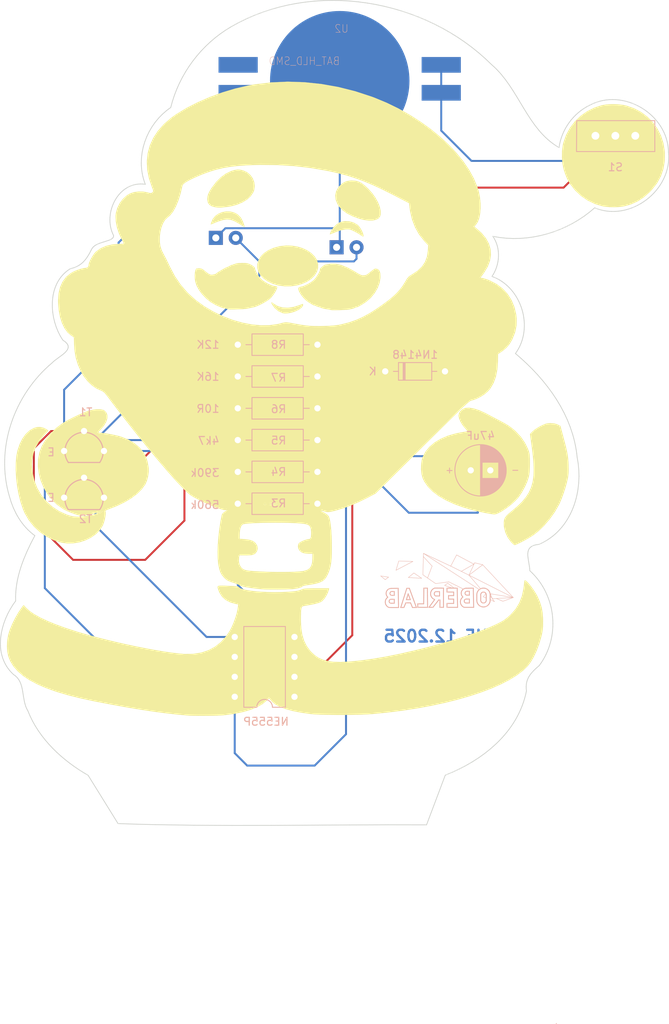
<source format=kicad_pcb>
(kicad_pcb (version 20241229) (generator "pcbnew") (generator_version "9.0")
  (layers (0 "F.Cu" signal) (2 "B.Cu" signal) (13 "F.Paste" user) (15 "B.Paste" user) (5 "F.SilkS" user) (7 "B.SilkS" user) (1 "F.Mask" user) (3 "B.Mask" user) (25 "Edge.Cuts" user))
  (net 0 "")
  (net 1 "Net-(Q1-C)")
  (net 2 "Net-(D3-A)")
  (net 3 "Net-(Q2-C)")
  (net 4 "Net-(Q1-B)")
  (net 5 "Net-(S1-E)")
  (net 6 "Net-(S1-A-Pad1)")
  (net 7 "Net-(D1-A)")
  (net 8 "Net-(D1-K)")
  (net 9 "Net-(D3-K)")
  (footprint "LOGO" (layer "F.Cu") (at 136.0484 85.8303)
    (property "Reference" "G***" (hide yes))
    (property "Value" "LOGO" (hide yes))
  )
  (footprint "LOGO" (layer "F.Cu") (at 136.0484 85.8303)
    (property "Reference" "G***" (hide yes))
    (property "Value" "LOGO" (hide yes))
  )
  (footprint "!Goody:LED_D3.0mm" (layer "F.Cu") (at 138.2 70.6)
    (property "Reference" "D1" (hide yes))
    (property "Value" "LED" (hide yes))
  )
  (footprint "LOGO" (layer "F.Cu") (at 136.0484 85.8303)
    (property "Reference" "G***" (hide yes))
    (property "Value" "LOGO" (hide yes))
  )
  (footprint "LOGO" (layer "F.Cu") (at 136.0484 85.8303)
    (property "Reference" "G***" (hide yes))
    (property "Value" "LOGO" (hide yes))
  )
  (footprint "LOGO" (layer "F.Cu") (at 136.0484 85.8303)
    (property "Reference" "G***" (hide yes))
    (property "Value" "LOGO" (hide yes))
  )
  (footprint "!Goody:LED_D3.0mm" (layer "F.Cu") (at 122.8 69.4)
    (property "Reference" "D2" (hide yes))
    (property "Value" "LED" (hide yes))
  )
  (footprint "LOGO" (layer "F.Cu") (at 136.0484 85.8303)
    (property "Reference" "G***" (hide yes))
    (property "Value" "LOGO" (hide yes))
  )
  (footprint "!Goody:TO-92L_Wide" (layer "F.Cu") (at 103.46 96.54)
    (property "Reference" "T1")
    (property "Value" "Q_NPN_EBC")
  )
  (footprint "!Goody:TO-92L_Wide" (layer "F.Cu") (at 103.46 102.482385)
    (property "Reference" "T2")
    (property "Value" "Q_NPN_EBC")
  )
  (footprint "LOGO" (layer "F.Cu") (at 136.0484 85.8303)
    (property "Reference" "G***" (hide yes))
    (property "Value" "LOGO" (hide yes))
  )
  (footprint "!Goody:ob-logo_B.SilkS" (layer "F.Cu") (at 157.6 130.4)
    (property "Reference" "G***" (hide yes))
    (property "Value" "LOGO" (hide yes))
  )
  (footprint "Resistor_THT:R_Axial_DIN0207_L6.3mm_D2.5mm_P10.16mm_Horizontal" (layer "B.Cu") (at 125.6 83)
    (property "Reference" "R8")
    (property "Value" "12K")
  )
  (footprint "!Goody:BAT-HLD-SMD-Blech" (layer "B.Cu") (at 138.6 49.4)
    (property "Reference" "U2")
    (property "Value" "BAT_HLD_SMD")
  )
  (footprint "Resistor_THT:R_Axial_DIN0207_L6.3mm_D2.5mm_P10.16mm_Horizontal" (layer "B.Cu") (at 125.6 99.2)
    (property "Reference" "R4")
    (property "Value" "390k")
  )
  (footprint "Resistor_THT:R_Axial_DIN0207_L6.3mm_D2.5mm_P10.16mm_Horizontal" (layer "B.Cu") (at 125.6 91.1)
    (property "Reference" "R6")
    (property "Value" "10R")
  )
  (footprint "Resistor_THT:R_Axial_DIN0207_L6.3mm_D2.5mm_P10.16mm_Horizontal" (layer "B.Cu") (at 125.6 95.15)
    (property "Reference" "R5")
    (property "Value" "4k7")
  )
  (footprint "!Goody:C_Radial_D6.3mm_P2.50mm" (layer "B.Cu") (at 155.3 99)
    (property "Reference" "C1" (hide yes))
    (property "Value" "47uF")
  )
  (footprint "Package_DIP:DIP-8_W7.62mm" (layer "B.Cu") (at 125.21 127.84)
    (property "Reference" "U1" (hide yes))
    (property "Value" "NE555P")
  )
  (footprint "!Goody:Micro_SchalterKHF" (layer "B.Cu") (at 171.2 56.4)
    (property "Reference" "S1")
    (property "Value" "Micro_Schalter")
  )
  (footprint "Resistor_THT:R_Axial_DIN0207_L6.3mm_D2.5mm_P10.16mm_Horizontal" (layer "B.Cu") (at 125.6 103.25)
    (property "Reference" "R3")
    (property "Value" "560k")
  )
  (footprint "!Goody:1N4147_P7.62mm_Horizontal" (layer "B.Cu") (at 144.4 86.4)
    (property "Reference" "D3" (hide yes))
    (property "Value" "1N4148")
  )
  (footprint "Resistor_THT:R_Axial_DIN0207_L6.3mm_D2.5mm_P10.16mm_Horizontal" (layer "B.Cu") (at 125.6 87.05)
    (property "Reference" "R7")
    (property "Value" "16K")
  )
  (gr_arc (start 104.013424 98.018983) (mid 105.988375 94.158717) (end 108 98) (stroke (width 0.15)) (layer "B.SilkS"))
  (gr_arc (start 104.013424 104.018983) (mid 105.988375 100.158717) (end 108 104) (stroke (width 0.15)) (layer "B.SilkS"))
  (gr_line (start 104 104) (end 107.999998 104) (stroke (width 0.15)) (layer "B.SilkS"))
  (gr_line (start 104 98) (end 107.999998 98) (stroke (width 0.15)) (layer "B.SilkS"))
  (gr_line (start 164.2394 113.4123) (end 163.9954 113.0663) (stroke (width 0.1)) (layer "Edge.Cuts"))
  (gr_line (start 161.4024 83.4943) (end 161.5694 83.1648) (stroke (width 0.1)) (layer "Edge.Cuts"))
  (gr_line (start 102.5522 75.1868) (end 102.4228 75.4662) (stroke (width 0.1)) (layer "Edge.Cuts"))
  (gr_line (start 178.6654 63.676) (end 178.9524 63.3499) (stroke (width 0.1)) (layer "Edge.Cuts"))
  (gr_line (start 102.0072 78.8874) (end 102.1098 79.5268) (stroke (width 0.1)) (layer "Edge.Cuts"))
  (gr_line (start 95.9594 96.496) (end 95.9098 97.0818) (stroke (width 0.1)) (layer "Edge.Cuts"))
  (gr_line (start 132.0576 39.7386) (end 130.9677 39.9926) (stroke (width 0.1)) (layer "Edge.Cuts"))
  (gr_line (start 176.2934 52.4328) (end 175.8974 52.2671) (stroke (width 0.1)) (layer "Edge.Cuts"))
  (gr_line (start 179.2694 54.8373) (end 179.0074 54.4985) (stroke (width 0.1)) (layer "Edge.Cuts"))
  (gr_line (start 164.1784 69.1106) (end 165.0254 68.8941) (stroke (width 0.1)) (layer "Edge.Cuts"))
  (gr_line (start 167.8284 104.8883) (end 168.0154 104.5303) (stroke (width 0.1)) (layer "Edge.Cuts"))
  (gr_line (start 163.9744 55.6805) (end 163.4504 55.0138) (stroke (width 0.1)) (layer "Edge.Cuts"))
  (gr_line (start 162.0194 81.7742) (end 162.0784 81.4138) (stroke (width 0.1)) (layer "Edge.Cuts"))
  (gr_line (start 168.1874 104.1623) (end 168.3444 103.7873) (stroke (width 0.1)) (layer "Edge.Cuts"))
  (gr_line (start 159.7124 49.2336) (end 159.1774 48.5658) (stroke (width 0.1)) (layer "Edge.Cuts"))
  (gr_line (start 171.6894 52.0162) (end 171.2724 52.1492) (stroke (width 0.1)) (layer "Edge.Cuts"))
  (gr_line (start 96.1459 123.9843) (end 96.3288 124.2513) (stroke (width 0.1)) (layer "Edge.Cuts"))
  (gr_line (start 162.6304 125.4403) (end 162.7344 125.2473) (stroke (width 0.1)) (layer "Edge.Cuts"))
  (gr_line (start 158.1234 69.2031) (end 158.9814 69.3511) (stroke (width 0.1)) (layer "Edge.Cuts"))
  (gr_line (start 168.9064 101.8203) (end 168.9744 101.4133) (stroke (width 0.1)) (layer "Edge.Cuts"))
  (gr_line (start 103.8962 83.6038) (end 103.7765 83.7861) (stroke (width 0.1)) (layer "Edge.Cuts"))
  (gr_line (start 166.3864 106.8183) (end 166.6654 106.5273) (stroke (width 0.1)) (layer "Edge.Cuts"))
  (gr_line (start 97.2833 115.6263) (end 96.9221 116.1373) (stroke (width 0.1)) (layer "Edge.Cuts"))
  (gr_line (start 162.7514 108.9853) (end 162.8894 108.8193) (stroke (width 0.1)) (layer "Edge.Cuts"))
  (gr_line (start 95.522 122.5473) (end 95.6098 122.8463) (stroke (width 0.1)) (layer "Edge.Cuts"))
  (gr_line (start 100.5951 132.7583) (end 101.0388 133.3243) (stroke (width 0.1)) (layer "Edge.Cuts"))
  (gr_line (start 162.1324 80.3188) (end 162.1104 79.9528) (stroke (width 0.1)) (layer "Edge.Cuts"))
  (gr_line (start 118.5346 48.9685) (end 118.1619 49.7023) (stroke (width 0.1)) (layer "Edge.Cuts"))
  (gr_line (start 148.6216 41.2684) (end 147.5668 40.8712) (stroke (width 0.1)) (layer "Edge.Cuts"))
  (gr_line (start 97.2739 125.1963) (end 97.4981 125.4183) (stroke (width 0.1)) (layer "Edge.Cuts"))
  (gr_line (start 179.7284 55.5599) (end 179.5104 55.1914) (stroke (width 0.1)) (layer "Edge.Cuts"))
  (gr_line (start 173.3894 51.7874) (end 172.9624 51.8007) (stroke (width 0.1)) (layer "Edge.Cuts"))
  (gr_line (start 113.2972 59.8566) (end 113.3059 60.2015) (stroke (width 0.1)) (layer "Edge.Cuts"))
  (gr_line (start 96.6999 93.0523) (end 96.5255 93.6147) (stroke (width 0.1)) (layer "Edge.Cuts"))
  (gr_line (start 163.4524 112.4033) (end 163.1534 112.0883) (stroke (width 0.1)) (layer "Edge.Cuts"))
  (gr_line (start 95.8943 98.8467) (end 95.9347 99.4355) (stroke (width 0.1)) (layer "Edge.Cuts"))
  (gr_line (start 160.7424 131.1833) (end 160.9964 130.7703) (stroke (width 0.1)) (layer "Edge.Cuts"))
  (gr_line (start 158.4584 69.798) (end 158.3044 69.4948) (stroke (width 0.1)) (layer "Edge.Cuts"))
  (gr_line (start 165.7764 118.4983) (end 165.7664 118.0893) (stroke (width 0.1)) (layer "Edge.Cuts"))
  (gr_line (start 98.7469 109.2893) (end 98.3156 110.3123) (stroke (width 0.1)) (layer "Edge.Cuts"))
  (gr_line (start 95.784 118.4613) (end 95.5968 119.0873) (stroke (width 0.1)) (layer "Edge.Cuts"))
  (gr_line (start 178.9524 63.3499) (end 179.2204 63.0079) (stroke (width 0.1)) (layer "Edge.Cuts"))
  (gr_line (start 160.1724 75.6961) (end 159.9074 75.4444) (stroke (width 0.1)) (layer "Edge.Cuts"))
  (gr_line (start 106.6818 71.3947) (end 106.4339 71.8082) (stroke (width 0.1)) (layer "Edge.Cuts"))
  (gr_line (start 155.4914 136.1313) (end 156.3094 135.6063) (stroke (width 0.1)) (layer "Edge.Cuts"))
  (gr_line (start 165.0364 114.8863) (end 164.8644 114.5063) (stroke (width 0.1)) (layer "Edge.Cuts"))
  (gr_line (start 109.8264 64.8477) (end 109.7047 65.113) (stroke (width 0.1)) (layer "Edge.Cuts"))
  (gr_line (start 169.7384 66.6516) (end 170.4354 66.1323) (stroke (width 0.1)) (layer "Edge.Cuts"))
  (gr_line (start 160.6884 50.6499) (end 160.2134 49.9307) (stroke (width 0.1)) (layer "Edge.Cuts"))
  (gr_line (start 103.9809 83.2272) (end 103.9817 83.323) (stroke (width 0.1)) (layer "Edge.Cuts"))
  (gr_line (start 121.4815 45.0289) (end 120.9116 45.6226) (stroke (width 0.1)) (layer "Edge.Cuts"))
  (gr_line (start 162.7344 125.2473) (end 162.8554 125.0613) (stroke (width 0.1)) (layer "Edge.Cuts"))
  (gr_line (start 174.6634 51.9121) (end 174.2414 51.8439) (stroke (width 0.1)) (layer "Edge.Cuts"))
  (gr_line (start 95.4518 122.2433) (end 95.522 122.5473) (stroke (width 0.1)) (layer "Edge.Cuts"))
  (gr_line (start 102.7503 84.6529) (end 102.3008 84.9853) (stroke (width 0.1)) (layer "Edge.Cuts"))
  (gr_line (start 109.3301 66.529) (end 109.3048 66.8222) (stroke (width 0.1)) (layer "Edge.Cuts"))
  (gr_line (start 162.1104 79.9528) (end 162.0684 79.5881) (stroke (width 0.1)) (layer "Edge.Cuts"))
  (gr_line (start 167.2044 91.6873) (end 166.7434 90.8228) (stroke (width 0.1)) (layer "Edge.Cuts"))
  (gr_line (start 167.4784 67.9675) (end 168.2564 67.5704) (stroke (width 0.1)) (layer "Edge.Cuts"))
  (gr_line (start 98.7742 88.8263) (end 98.4521 89.3222) (stroke (width 0.1)) (layer "Edge.Cuts"))
  (gr_line (start 158.6044 73.0936) (end 158.6974 72.7677) (stroke (width 0.1)) (layer "Edge.Cuts"))
  (gr_line (start 109.4316 65.9491) (end 109.3726 66.2376) (stroke (width 0.1)) (layer "Edge.Cuts"))
  (gr_line (start 164.6744 114.1333) (end 164.4664 113.7693) (stroke (width 0.1)) (layer "Edge.Cuts"))
  (gr_line (start 152.0554 137.8173) (end 152.0554 137.8173) (stroke (width 0.1)) (layer "Edge.Cuts"))
  (gr_line (start 119.9663 144.1953) (end 124.8906 144.2213) (stroke (width 0.1)) (layer "Edge.Cuts"))
  (gr_line (start 166.6784 68.3213) (end 167.4784 67.9675) (stroke (width 0.1)) (layer "Edge.Cuts"))
  (gr_line (start 102.8615 74.6557) (end 102.6983 74.9164) (stroke (width 0.1)) (layer "Edge.Cuts"))
  (gr_line (start 160.1904 131.9783) (end 160.4734 131.5853) (stroke (width 0.1)) (layer "Edge.Cuts"))
  (gr_line (start 168.7364 96.3358) (end 168.6474 95.8474) (stroke (width 0.1)) (layer "Edge.Cuts"))
  (gr_line (start 158.5994 47.9348) (end 158.2914 47.6353) (stroke (width 0.1)) (layer "Edge.Cuts"))
  (gr_line (start 158.4894 73.4124) (end 158.6044 73.0936) (stroke (width 0.1)) (layer "Edge.Cuts"))
  (gr_line (start 177.6964 64.5497) (end 178.0354 64.2769) (stroke (width 0.1)) (layer "Edge.Cuts"))
  (gr_line (start 108.0573 70.06) (end 107.8139 70.155) (stroke (width 0.1)) (layer "Edge.Cuts"))
  (gr_line (start 162.4634 85.4359) (end 161.7404 84.7668) (stroke (width 0.1)) (layer "Edge.Cuts"))
  (gr_line (start 99.1223 130.2973) (end 99.4407 130.9423) (stroke (width 0.1)) (layer "Edge.Cuts"))
  (gr_line (start 102.3098 75.7537) (end 102.2128 76.0484) (stroke (width 0.1)) (layer "Edge.Cuts"))
  (gr_line (start 180.5404 59.3771) (end 180.5434 58.93) (stroke (width 0.1)) (layer "Edge.Cuts"))
  (gr_line (start 117.0526 52.8013) (end 116.7668 53.0025) (stroke (width 0.1)) (layer "Edge.Cuts"))
  (gr_line (start 162.4704 125.8513) (end 162.5414 125.6413) (stroke (width 0.1)) (layer "Edge.Cuts"))
  (gr_line (start 165.7664 118.0893) (end 165.7374 117.6793) (stroke (width 0.1)) (layer "Edge.Cuts"))
  (gr_line (start 162.3764 126.8113) (end 162.3694 126.5513) (stroke (width 0.1)) (layer "Edge.Cuts"))
  (gr_line (start 165.4454 116.0603) (end 165.3274 115.6633) (stroke (width 0.1)) (layer "Edge.Cuts"))
  (gr_line (start 116.4904 53.2155) (end 115.967 53.6745) (stroke (width 0.1)) (layer "Edge.Cuts"))
  (gr_line (start 109.5069 65.6648) (end 109.4316 65.9491) (stroke (width 0.1)) (layer "Edge.Cuts"))
  (gr_line (start 167.9814 93.4829) (end 167.6184 92.5741) (stroke (width 0.1)) (layer "Edge.Cuts"))
  (gr_line (start 109.5981 65.3857) (end 109.5069 65.6648) (stroke (width 0.1)) (layer "Edge.Cuts"))
  (gr_line (start 164.7584 108.0543) (end 165.1154 107.8393) (stroke (width 0.1)) (layer "Edge.Cuts"))
  (gr_line (start 109.3817 67.9907) (end 109.4476 68.2761) (stroke (width 0.1)) (layer "Edge.Cuts"))
  (gr_line (start 166.9284 106.2223) (end 167.1764 105.9063) (stroke (width 0.1)) (layer "Edge.Cuts"))
  (gr_line (start 96.0307 95.9126) (end 95.9594 96.496) (stroke (width 0.1)) (layer "Edge.Cuts"))
  (gr_line (start 167.1764 105.9063) (end 167.4094 105.5773) (stroke (width 0.1)) (layer "Edge.Cuts"))
  (gr_line (start 99.4407 130.9423) (end 99.7938 131.5673) (stroke (width 0.1)) (layer "Edge.Cuts"))
  (gr_line (start 97.4954 104.7943) (end 97.6903 105.1173) (stroke (width 0.1)) (layer "Edge.Cuts"))
  (gr_line (start 110.8502 63.4768) (end 110.6466 63.6734) (stroke (width 0.1)) (layer "Edge.Cuts"))
  (gr_line (start 143.2177 39.6884) (end 142.1069 39.4967) (stroke (width 0.1)) (layer "Edge.Cuts"))
  (gr_line (start 162.0784 81.4138) (end 162.1164 81.0504) (stroke (width 0.1)) (layer "Edge.Cuts"))
  (gr_line (start 129.8562 144.2143) (end 139.8182 144.1593) (stroke (width 0.1)) (layer "Edge.Cuts"))
  (gr_line (start 178.1044 53.5817) (end 177.7694 53.3119) (stroke (width 0.1)) (layer "Edge.Cuts"))
  (gr_line (start 124.7389 42.5233) (end 124.0369 42.9576) (stroke (width 0.1)) (layer "Edge.Cuts"))
  (gr_line (start 103.9449 73.5284) (end 103.6915 73.7276) (stroke (width 0.1)) (layer "Edge.Cuts"))
  (gr_line (start 180.5434 58.93) (end 180.5124 58.4777) (stroke (width 0.1)) (layer "Edge.Cuts"))
  (gr_line (start 103.9672 83.4176) (end 103.8962 83.6038) (stroke (width 0.1)) (layer "Edge.Cuts"))
  (gr_line (start 165.1094 88.3679) (end 164.4914 87.5975) (stroke (width 0.1)) (layer "Edge.Cuts"))
  (gr_line (start 98.8629 106.5873) (end 99.1376 106.8453) (stroke (width 0.1)) (layer "Edge.Cuts"))
  (gr_line (start 112.887 62.5543) (end 112.5965 62.5958) (stroke (width 0.1)) (layer "Edge.Cuts"))
  (gr_line (start 105.7134 72.6376) (end 105.542 72.77) (stroke (width 0.1)) (layer "Edge.Cuts"))
  (gr_line (start 172.1104 51.9143) (end 171.6894 52.0162) (stroke (width 0.1)) (layer "Edge.Cuts"))
  (gr_line (start 95.5968 119.0873) (end 95.4569 119.7213) (stroke (width 0.1)) (layer "Edge.Cuts"))
  (gr_line (start 96.0142 117.8493) (end 95.784 118.4613) (stroke (width 0.1)) (layer "Edge.Cuts"))
  (gr_line (start 128.8252 40.6427) (end 127.7761 41.0396) (stroke (width 0.1)) (layer "Edge.Cuts"))
  (gr_line (start 180.3444 60.6776) (end 180.4404 60.2519) (stroke (width 0.1)) (layer "Edge.Cuts"))
  (gr_line (start 109.3349 67.7015) (end 109.3817 67.9907) (stroke (width 0.1)) (layer "Edge.Cuts"))
  (gr_line (start 167.0034 56.2351) (end 166.8534 56.6407) (stroke (width 0.1)) (layer "Edge.Cuts"))
  (gr_line (start 134.2658 39.37) (end 133.1575 39.5312) (stroke (width 0.1)) (layer "Edge.Cuts"))
  (gr_line (start 97.9455 126.2073) (end 98.0381 126.5023) (stroke (width 0.1)) (layer "Edge.Cuts"))
  (gr_line (start 166.6654 106.5273) (end 166.9284 106.2223) (stroke (width 0.1)) (layer "Edge.Cuts"))
  (gr_line (start 149.6665 144.1473) (end 152.0554 137.8173) (stroke (width 0.1)) (layer "Edge.Cuts"))
  (gr_line (start 152.9294 137.4573) (end 153.7964 137.0563) (stroke (width 0.1)) (layer "Edge.Cuts"))
  (gr_line (start 161.0764 76.843) (end 160.8744 76.5374) (stroke (width 0.1)) (layer "Edge.Cuts"))
  (gr_line (start 110.4557 63.8842) (end 110.2778 64.1082) (stroke (width 0.1)) (layer "Edge.Cuts"))
  (gr_line (start 106.5206 137.8393) (end 110.3343 143.9843) (stroke (width 0.1)) (layer "Edge.Cuts"))
  (gr_line (start 158.1934 74.0222) (end 158.3524 73.7225) (stroke (width 0.1)) (layer "Edge.Cuts"))
  (gr_line (start 127.7761 41.0396) (end 126.7442 41.485) (stroke (width 0.1)) (layer "Edge.Cuts"))
  (gr_line (start 158.6874 70.4323) (end 158.5864 70.1111) (stroke (width 0.1)) (layer "Edge.Cuts"))
  (gr_line (start 109.7047 65.113) (end 109.5981 65.3857) (stroke (width 0.1)) (layer "Edge.Cuts"))
  (gr_line (start 97.5167 112.9443) (end 97.4181 113.4793) (stroke (width 0.1)) (layer "Edge.Cuts"))
  (gr_line (start 169.0674 100.5934) (end 169.1024 99.7687) (stroke (width 0.1)) (layer "Edge.Cuts"))
  (gr_line (start 177.0564 52.8307) (end 176.6804 52.621) (stroke (width 0.1)) (layer "Edge.Cuts"))
  (gr_line (start 172.9624 51.8007) (end 172.5354 51.8427) (stroke (width 0.1)) (layer "Edge.Cuts"))
  (gr_line (start 115.0442 54.7114) (end 114.6488 55.2812) (stroke (width 0.1)) (layer "Edge.Cuts"))
  (gr_line (start 102.001 134.3953) (end 102.5152 134.9003) (stroke (width 0.1)) (layer "Edge.Cuts"))
  (gr_line (start 98.3539 106.0323) (end 98.6017 106.3153) (stroke (width 0.1)) (layer "Edge.Cuts"))
  (gr_line (start 168.6134 103.0163) (end 168.7254 102.6223) (stroke (width 0.1)) (layer "Edge.Cuts"))
  (gr_line (start 130.9677 39.9926) (end 129.8896 40.2939) (stroke (width 0.1)) (layer "Edge.Cuts"))
  (gr_line (start 172.5354 51.8427) (end 172.1104 51.9143) (stroke (width 0.1)) (layer "Edge.Cuts"))
  (gr_line (start 158.8384 71.7651) (end 158.8374 71.4281) (stroke (width 0.1)) (layer "Edge.Cuts"))
  (gr_line (start 155.4444 45.1348) (end 154.5414 44.4694) (stroke (width 0.1)) (layer "Edge.Cuts"))
  (gr_line (start 101.9325 85.3139) (end 101.4843 85.7029) (stroke (width 0.1)) (layer "Edge.Cuts"))
  (gr_line (start 165.5594 120.5273) (end 165.6384 120.1263) (stroke (width 0.1)) (layer "Edge.Cuts"))
  (gr_line (start 103.5982 135.8473) (end 104.1626 136.2883) (stroke (width 0.1)) (layer "Edge.Cuts"))
  (gr_line (start 162.3694 126.5513) (end 162.3834 126.3053) (stroke (width 0.1)) (layer "Edge.Cuts"))
  (gr_line (start 168.3884 54.0557) (end 168.1044 54.3823) (stroke (width 0.1)) (layer "Edge.Cuts"))
  (gr_line (start 161.2124 83.8145) (end 161.4024 83.4943) (stroke (width 0.1)) (layer "Edge.Cuts"))
  (gr_line (start 113.3698 60.8901) (end 113.4254 61.2327) (stroke (width 0.1)) (layer "Edge.Cuts"))
  (gr_line (start 106.4339 71.8082) (end 106.1679 72.1742) (stroke (width 0.1)) (layer "Edge.Cuts"))
  (gr_line (start 168.3444 103.7873) (end 168.4864 103.4053) (stroke (width 0.1)) (layer "Edge.Cuts"))
  (gr_line (start 111.0661 63.2957) (end 110.8502 63.4768) (stroke (width 0.1)) (layer "Edge.Cuts"))
  (gr_line (start 166.7434 90.8228) (end 166.2384 89.9811) (stroke (width 0.1)) (layer "Edge.Cuts"))
  (gr_line (start 165.8594 68.6306) (end 166.6784 68.3213) (stroke (width 0.1)) (layer "Edge.Cuts"))
  (gr_line (start 180.5124 58.4777) (end 180.4894 58.0302) (stroke (width 0.1)) (layer "Edge.Cuts"))
  (gr_line (start 103.9288 83.0323) (end 103.9636 83.1303) (stroke (width 0.1)) (layer "Edge.Cuts"))
  (gr_line (start 161.4554 129.9123) (end 161.6604 129.4673) (stroke (width 0.1)) (layer "Edge.Cuts"))
  (gr_line (start 104.1626 136.2883) (end 104.7393 136.7093) (stroke (width 0.1)) (layer "Edge.Cuts"))
  (gr_line (start 158.7624 70.76) (end 158.6874 70.4323) (stroke (width 0.1)) (layer "Edge.Cuts"))
  (gr_line (start 139.8694 39.241) (end 138.7463 39.1781) (stroke (width 0.1)) (layer "Edge.Cuts"))
  (gr_line (start 166.8534 56.6407) (end 166.7284 57.055) (stroke (width 0.1)) (layer "Edge.Cuts"))
  (gr_line (start 180.0924 56.3371) (end 179.9234 55.942) (stroke (width 0.1)) (layer "Edge.Cuts"))
  (gr_line (start 164.7084 122.8163) (end 164.8944 122.4523) (stroke (width 0.1)) (layer "Edge.Cuts"))
  (gr_line (start 101.9571 77.6009) (end 101.9554 78.2432) (stroke (width 0.1)) (layer "Edge.Cuts"))
  (gr_line (start 163.3204 108.5653) (end 163.6254 108.4823) (stroke (width 0.1)) (layer "Edge.Cuts"))
  (gr_line (start 105.1619 73.0025) (end 104.9507 73.1031) (stroke (width 0.1)) (layer "Edge.Cuts"))
  (gr_line (start 167.6264 105.2383) (end 167.8284 104.8883) (stroke (width 0.1)) (layer "Edge.Cuts"))
  (gr_line (start 170.0744 52.7133) (end 169.7044 52.9388) (stroke (width 0.1)) (layer "Edge.Cuts"))
  (gr_line (start 105.542 72.77) (end 105.3586 72.8915) (stroke (width 0.1)) (layer "Edge.Cuts"))
  (gr_line (start 109.2391 69.6775) (end 109.0292 69.7544) (stroke (width 0.1)) (layer "Edge.Cuts"))
  (gr_line (start 166.5584 57.9044) (end 166.1814 57.6749) (stroke (width 0.1)) (layer "Edge.Cuts"))
  (gr_line (start 97.8283 125.9263) (end 97.9455 126.2073) (stroke (width 0.1)) (layer "Edge.Cuts"))
  (gr_line (start 106.9218 70.9325) (end 106.6818 71.3947) (stroke (width 0.1)) (layer "Edge.Cuts"))
  (gr_line (start 97.9415 111.3543) (end 97.7801 111.8813) (stroke (width 0.1)) (layer "Edge.Cuts"))
  (gr_line (start 164.0424 123.8553) (end 164.2814 123.5183) (stroke (width 0.1)) (layer "Edge.Cuts"))
  (gr_line (start 180.4404 60.2519) (end 180.5054 59.8181) (stroke (width 0.1)) (layer "Edge.Cuts"))
  (gr_line (start 104.7238 73.1934) (end 104.2175 73.3441) (stroke (width 0.1)) (layer "Edge.Cuts"))
  (gr_line (start 158.8944 48.2453) (end 158.5994 47.9348) (stroke (width 0.1)) (layer "Edge.Cuts"))
  (gr_line (start 168.8654 97.3274) (end 168.8094 96.8291) (stroke (width 0.1)) (layer "Edge.Cuts"))
  (gr_line (start 109.3068 67.4096) (end 109.3349 67.7015) (stroke (width 0.1)) (layer "Edge.Cuts"))
  (gr_line (start 124.8906 144.2213) (end 129.8562 144.2143) (stroke (width 0.1)) (layer "Edge.Cuts"))
  (gr_line (start 166.0924 107.0963) (end 166.3864 106.8183) (stroke (width 0.1)) (layer "Edge.Cuts"))
  (gr_line (start 97.2748 115.0893) (end 97.2833 115.6263) (stroke (width 0.1)) (layer "Edge.Cuts"))
  (gr_line (start 162.5784 109.8503) (end 162.5764 109.6083) (stroke (width 0.1)) (layer "Edge.Cuts"))
  (gr_line (start 95.8822 97.6692) (end 95.8769 98.2578) (stroke (width 0.1)) (layer "Edge.Cuts"))
  (gr_line (start 113.4971 61.5736) (end 113.5852 61.9123) (stroke (width 0.1)) (layer "Edge.Cuts"))
  (gr_line (start 162.6834 110.6463) (end 162.6014 110.1053) (stroke (width 0.1)) (layer "Edge.Cuts"))
  (gr_line (start 137.6226 39.1591) (end 136.5001 39.1844) (stroke (width 0.1)) (layer "Edge.Cuts"))
  (gr_line (start 162.8144 111.5003) (end 162.7774 111.2133) (stroke (width 0.1)) (layer "Edge.Cuts"))
  (gr_line (start 165.3274 115.6633) (end 165.1904 115.2723) (stroke (width 0.1)) (layer "Edge.Cuts"))
  (gr_line (start 125.7312 41.9794) (end 124.7389 42.5233) (stroke (width 0.1)) (layer "Edge.Cuts"))
  (gr_line (start 172.8254 66.0086) (end 173.2604 66.0363) (stroke (width 0.1)) (layer "Edge.Cuts"))
  (gr_line (start 107.5835 70.265) (end 107.3725 70.394) (stroke (width 0.1)) (layer "Edge.Cuts"))
  (gr_line (start 96.2368 94.7552) (end 96.1232 95.3321) (stroke (width 0.1)) (layer "Edge.Cuts"))
  (gr_line (start 176.5944 65.2459) (end 176.9744 65.0352) (stroke (width 0.1)) (layer "Edge.Cuts"))
  (gr_line (start 160.9964 130.7703) (end 161.2344 130.3463) (stroke (width 0.1)) (layer "Edge.Cuts"))
  (gr_line (start 168.6474 95.8474) (end 168.5434 95.3642) (stroke (width 0.1)) (layer "Edge.Cuts"))
  (gr_line (start 100.2286 86.9608) (end 99.8408 87.4082) (stroke (width 0.1)) (layer "Edge.Cuts"))
  (gr_line (start 167.8414 54.7253) (end 167.5984 55.0833) (stroke (width 0.1)) (layer "Edge.Cuts"))
  (gr_line (start 168.9744 101.4133) (end 169.0674 100.5934) (stroke (width 0.1)) (layer "Edge.Cuts"))
  (gr_line (start 180.4344 57.5916) (end 180.3494 57.1626) (stroke (width 0.1)) (layer "Edge.Cuts"))
  (gr_line (start 179.5104 55.1914) (end 179.2694 54.8373) (stroke (width 0.1)) (layer "Edge.Cuts"))
  (gr_line (start 164.5394 56.3103) (end 164.2514 56.0005) (stroke (width 0.1)) (layer "Edge.Cuts"))
  (gr_line (start 115.1065 144.1213) (end 119.9663 144.1953) (stroke (width 0.1)) (layer "Edge.Cuts"))
  (gr_line (start 162.6564 109.1733) (end 162.7514 108.9853) (stroke (width 0.1)) (layer "Edge.Cuts"))
  (gr_line (start 99.1133 88.3416) (end 98.7742 88.8263) (stroke (width 0.1)) (layer "Edge.Cuts"))
  (gr_line (start 149.6599 41.7054) (end 148.6216 41.2684) (stroke (width 0.1)) (layer "Edge.Cuts"))
  (gr_line (start 103.2404 74.1671) (end 103.0421 74.4057) (stroke (width 0.1)) (layer "Edge.Cuts"))
  (gr_line (start 162.9584 54.3174) (end 162.4904 53.5989) (stroke (width 0.1)) (layer "Edge.Cuts"))
  (gr_line (start 101.0507 86.1075) (end 100.6321 86.527) (stroke (width 0.1)) (layer "Edge.Cuts"))
  (gr_line (start 119.3862 47.5609) (end 118.9431 48.2542) (stroke (width 0.1)) (layer "Edge.Cuts"))
  (gr_line (start 162.1164 81.0504) (end 162.1344 80.685) (stroke (width 0.1)) (layer "Edge.Cuts"))
  (gr_line (start 103.9817 83.323) (end 103.9672 83.4176) (stroke (width 0.1)) (layer "Edge.Cuts"))
  (gr_line (start 99.1376 106.8453) (end 99.4258 107.0903) (stroke (width 0.1)) (layer "Edge.Cuts"))
  (gr_line (start 162.6014 110.1053) (end 162.5784 109.8503) (stroke (width 0.1)) (layer "Edge.Cuts"))
  (gr_line (start 102.6983 74.9164) (end 102.5522 75.1868) (stroke (width 0.1)) (layer "Edge.Cuts"))
  (gr_line (start 167.3774 55.4551) (end 167.1784 55.8395) (stroke (width 0.1)) (layer "Edge.Cuts"))
  (gr_line (start 166.1814 57.6749) (end 165.8224 57.4296) (stroke (width 0.1)) (layer "Edge.Cuts"))
  (gr_line (start 161.7154 78.163) (end 161.5814 77.8205) (stroke (width 0.1)) (layer "Edge.Cuts"))
  (gr_line (start 159.5834 132.7313) (end 159.8934 132.3603) (stroke (width 0.1)) (layer "Edge.Cuts"))
  (gr_line (start 165.6994 119.7223) (end 165.7434 119.3163) (stroke (width 0.1)) (layer "Edge.Cuts"))
  (gr_line (start 161.7144 82.8269) (end 161.8374 82.4818) (stroke (width 0.1)) (layer "Edge.Cuts"))
  (gr_line (start 122.0801 44.464) (end 121.4815 45.0289) (stroke (width 0.1)) (layer "Edge.Cuts"))
  (gr_line (start 171.5264 65.7336) (end 171.9574 65.8583) (stroke (width 0.1)) (layer "Edge.Cuts"))
  (gr_line (start 97.6379 112.4113) (end 97.5167 112.9443) (stroke (width 0.1)) (layer "Edge.Cuts"))
  (gr_line (start 164.8944 122.4523) (end 165.0634 122.0793) (stroke (width 0.1)) (layer "Edge.Cuts"))
  (gr_line (start 138.7463 39.1781) (end 137.6226 39.1591) (stroke (width 0.1)) (layer "Edge.Cuts"))
  (gr_line (start 157.9694 47.3478) (end 157.1594 46.5745) (stroke (width 0.1)) (layer "Edge.Cuts"))
  (gr_line (start 98.3156 110.3123) (end 98.1206 110.8313) (stroke (width 0.1)) (layer "Edge.Cuts"))
  (gr_line (start 159.2614 133.0923) (end 159.5834 132.7313) (stroke (width 0.1)) (layer "Edge.Cuts"))
  (gr_line (start 168.2914 94.413) (end 167.9814 93.4829) (stroke (width 0.1)) (layer "Edge.Cuts"))
  (gr_line (start 95.9347 99.4355) (end 95.9984 100.0234) (stroke (width 0.1)) (layer "Edge.Cuts"))
  (gr_line (start 111.7833 62.856) (end 111.533 62.9841) (stroke (width 0.1)) (layer "Edge.Cuts"))
  (gr_line (start 175.4924 52.1245) (end 175.0814 52.0059) (stroke (width 0.1)) (layer "Edge.Cuts"))
  (gr_line (start 156.3094 135.6063) (end 157.1004 135.0403) (stroke (width 0.1)) (layer "Edge.Cuts"))
  (gr_line (start 158.3634 74.4489) (end 158.0134 74.3099) (stroke (width 0.1)) (layer "Edge.Cuts"))
  (gr_line (start 160.7164 69.4809) (end 161.5874 69.4652) (stroke (width 0.1)) (layer "Edge.Cuts"))
  (gr_line (start 97.6903 105.1173) (end 97.8982 105.4323) (stroke (width 0.1)) (layer "Edge.Cuts"))
  (gr_line (start 163.6254 108.4823) (end 163.9974 108.4303) (stroke (width 0.1)) (layer "Edge.Cuts"))
  (gr_line (start 95.3407 121.3113) (end 95.3616 121.6243) (stroke (width 0.1)) (layer "Edge.Cuts"))
  (gr_line (start 126.7442 41.485) (end 125.7312 41.9794) (stroke (width 0.1)) (layer "Edge.Cuts"))
  (gr_line (start 180.5054 59.8181) (end 180.5404 59.3771) (stroke (width 0.1)) (layer "Edge.Cuts"))
  (gr_line (start 109.6849 69.384) (end 109.5735 69.4961) (stroke (width 0.1)) (layer "Edge.Cuts"))
  (gr_line (start 179.6924 62.2803) (end 179.8934 61.8966) (stroke (width 0.1)) (layer "Edge.Cuts"))
  (gr_line (start 169.3504 53.187) (end 169.0124 53.4568) (stroke (width 0.1)) (layer "Edge.Cuts"))
  (gr_line (start 96.4934 102.3543) (end 96.7158 103.0743) (stroke (width 0.1)) (layer "Edge.Cuts"))
  (gr_line (start 144.3209 39.9222) (end 143.2177 39.6884) (stroke (width 0.1)) (layer "Edge.Cuts"))
  (gr_line (start 100.1793 132.1723) (end 100.5951 132.7583) (stroke (width 0.1)) (layer "Edge.Cuts"))
  (gr_line (start 179.8934 61.8966) (end 180.0704 61.5009) (stroke (width 0.1)) (layer "Edge.Cuts"))
  (gr_line (start 105.874 72.4943) (end 105.7134 72.6376) (stroke (width 0.1)) (layer "Edge.Cuts"))
  (gr_line (start 120.9116 45.6226) (end 120.3716 46.2435) (stroke (width 0.1)) (layer "Edge.Cuts"))
  (gr_line (start 102.0149 76.9675) (end 101.9571 77.6009) (stroke (width 0.1)) (layer "Edge.Cuts"))
  (gr_line (start 178.4234 53.8699) (end 178.1044 53.5817) (stroke (width 0.1)) (layer "Edge.Cuts"))
  (gr_line (start 162.8364 111.7863) (end 162.8144 111.5003) (stroke (width 0.1)) (layer "Edge.Cuts"))
  (gr_line (start 177.3424 64.8028) (end 177.6964 64.5497) (stroke (width 0.1)) (layer "Edge.Cuts"))
  (gr_line (start 112.708 144.0613) (end 115.1065 144.1213) (stroke (width 0.1)) (layer "Edge.Cuts"))
  (gr_line (start 165.3464 121.3143) (end 165.4614 120.9233) (stroke (width 0.1)) (layer "Edge.Cuts"))
  (gr_line (start 96.0858 100.6099) (end 96.1972 101.1943) (stroke (width 0.1)) (layer "Edge.Cuts"))
  (gr_line (start 163.1654 86.1309) (end 162.4634 85.4359) (stroke (width 0.1)) (layer "Edge.Cuts"))
  (gr_line (start 109.2968 67.1161) (end 109.3068 67.4096) (stroke (width 0.1)) (layer "Edge.Cuts"))
  (gr_line (start 102.4228 75.4662) (end 102.3098 75.7537) (stroke (width 0.1)) (layer "Edge.Cuts"))
  (gr_line (start 102.0657 76.6561) (end 102.0149 76.9675) (stroke (width 0.1)) (layer "Edge.Cuts"))
  (gr_line (start 142.1069 39.4967) (end 140.9902 39.3474) (stroke (width 0.1)) (layer "Edge.Cuts"))
  (gr_line (start 168.8094 96.8291) (end 168.7364 96.3358) (stroke (width 0.1)) (layer "Edge.Cuts"))
  (gr_line (start 107.8139 70.155) (end 107.5835 70.265) (stroke (width 0.1)) (layer "Edge.Cuts"))
  (gr_line (start 174.2414 51.8439) (end 173.8164 51.8021) (stroke (width 0.1)) (layer "Edge.Cuts"))
  (gr_line (start 113.3059 60.2015) (end 113.3301 60.5462) (stroke (width 0.1)) (layer "Edge.Cuts"))
  (gr_line (start 99.7938 131.5673) (end 100.1793 132.1723) (stroke (width 0.1)) (layer "Edge.Cuts"))
  (gr_line (start 158.7004 74.6094) (end 158.3634 74.4489) (stroke (width 0.1)) (layer "Edge.Cuts"))
  (gr_line (start 113.5852 61.9123) (end 113.6898 62.2482) (stroke (width 0.1)) (layer "Edge.Cuts"))
  (gr_line (start 162.9894 124.8813) (end 163.2974 124.5343) (stroke (width 0.1)) (layer "Edge.Cuts"))
  (gr_line (start 101.4843 85.7029) (end 101.0507 86.1075) (stroke (width 0.1)) (layer "Edge.Cuts"))
  (gr_line (start 102.1098 79.5268) (end 102.2606 80.1547) (stroke (width 0.1)) (layer "Edge.Cuts"))
  (gr_line (start 161.5694 83.1648) (end 161.7144 82.8269) (stroke (width 0.1)) (layer "Edge.Cuts"))
  (gr_line (start 103.4567 73.9408) (end 103.2404 74.1671) (stroke (width 0.1)) (layer "Edge.Cuts"))
  (gr_line (start 162.2964 127.5843) (end 162.4064 127.0873) (stroke (width 0.1)) (layer "Edge.Cuts"))
  (gr_line (start 135.3806 39.2546) (end 134.2658 39.37) (stroke (width 0.1)) (layer "Edge.Cuts"))
  (gr_line (start 98.1206 110.8313) (end 97.9415 111.3543) (stroke (width 0.1)) (layer "Edge.Cuts"))
  (gr_line (start 165.2134 121.7003) (end 165.3464 121.3143) (stroke (width 0.1)) (layer "Edge.Cuts"))
  (gr_line (start 169.0794 98.9455) (end 169.0004 98.1297) (stroke (width 0.1)) (layer "Edge.Cuts"))
  (gr_line (start 98.4677 128.7393) (end 98.5646 129.0493) (stroke (width 0.1)) (layer "Edge.Cuts"))
  (gr_line (start 153.7964 137.0563) (end 154.6524 136.6143) (stroke (width 0.1)) (layer "Edge.Cuts"))
  (gr_line (start 173.2604 66.0363) (end 173.6944 66.0336) (stroke (width 0.1)) (layer "Edge.Cuts"))
  (gr_line (start 103.9636 83.1303) (end 103.9809 83.2272) (stroke (width 0.1)) (layer "Edge.Cuts"))
  (gr_line (start 162.3834 126.3053) (end 162.4164 126.0723) (stroke (width 0.1)) (layer "Edge.Cuts"))
  (gr_line (start 159.6274 75.2088) (end 159.3324 74.9904) (stroke (width 0.1)) (layer "Edge.Cuts"))
  (gr_line (start 144.7682 144.1403) (end 149.6665 144.1473) (stroke (width 0.1)) (layer "Edge.Cuts"))
  (gr_line (start 165.6274 116.8643) (end 165.5454 116.4603) (stroke (width 0.1)) (layer "Edge.Cuts"))
  (gr_line (start 102.2606 80.1547) (end 102.4567 80.7644) (stroke (width 0.1)) (layer "Edge.Cuts"))
  (gr_line (start 103.2119 84.3137) (end 102.7503 84.6529) (stroke (width 0.1)) (layer "Edge.Cuts"))
  (gr_line (start 163.3204 69.2788) (end 164.1784 69.1106) (stroke (width 0.1)) (layer "Edge.Cuts"))
  (gr_line (start 95.7155 123.1403) (end 95.8398 123.4283) (stroke (width 0.1)) (layer "Edge.Cuts"))
  (gr_line (start 161.8314 78.5121) (end 161.7154 78.163) (stroke (width 0.1)) (layer "Edge.Cuts"))
  (gr_line (start 97.0029 125.0003) (end 97.2739 125.1963) (stroke (width 0.1)) (layer "Edge.Cuts"))
  (gr_line (start 115.967 53.6745) (end 115.4843 54.1745) (stroke (width 0.1)) (layer "Edge.Cuts"))
  (gr_line (start 158.5814 133.7833) (end 158.9264 133.4433) (stroke (width 0.1)) (layer "Edge.Cuts"))
  (gr_line (start 96.333 101.7763) (end 96.4934 102.3543) (stroke (width 0.1)) (layer "Edge.Cuts"))
  (gr_line (start 95.9984 100.0234) (end 96.0858 100.6099) (stroke (width 0.1)) (layer "Edge.Cuts"))
  (gr_line (start 161.2614 77.1594) (end 161.0764 76.843) (stroke (width 0.1)) (layer "Edge.Cuts"))
  (gr_line (start 169.7044 52.9388) (end 169.3504 53.187) (stroke (width 0.1)) (layer "Edge.Cuts"))
  (gr_line (start 154.5414 44.4694) (end 153.6124 43.8409) (stroke (width 0.1)) (layer "Edge.Cuts"))
  (gr_line (start 118.1619 49.7023) (end 117.8262 50.4541) (stroke (width 0.1)) (layer "Edge.Cuts"))
  (gr_line (start 158.8374 71.4281) (end 158.8124 71.0925) (stroke (width 0.1)) (layer "Edge.Cuts"))
  (gr_line (start 108.5566 69.9) (end 108.0573 70.06) (stroke (width 0.1)) (layer "Edge.Cuts"))
  (gr_line (start 161.6604 129.4673) (end 161.8474 129.0123) (stroke (width 0.1)) (layer "Edge.Cuts"))
  (gr_line (start 162.7774 111.2133) (end 162.6834 110.6463) (stroke (width 0.1)) (layer "Edge.Cuts"))
  (gr_line (start 159.0234 74.7902) (end 158.7004 74.6094) (stroke (width 0.1)) (layer "Edge.Cuts"))
  (gr_line (start 169.0124 53.4568) (end 168.6914 53.7468) (stroke (width 0.1)) (layer "Edge.Cuts"))
  (gr_line (start 104.9507 73.1031) (end 104.7238 73.1934) (stroke (width 0.1)) (layer "Edge.Cuts"))
  (gr_line (start 161.5874 69.4652) (end 162.4564 69.3974) (stroke (width 0.1)) (layer "Edge.Cuts"))
  (gr_line (start 145.4146 40.1976) (end 144.3209 39.9222) (stroke (width 0.1)) (layer "Edge.Cuts"))
  (gr_line (start 109.7504 69.2526) (end 109.6849 69.384) (stroke (width 0.1)) (layer "Edge.Cuts"))
  (gr_line (start 109.5735 69.4961) (end 109.4227 69.5926) (stroke (width 0.1)) (layer "Edge.Cuts"))
  (gr_line (start 179.4674 62.651) (end 179.6924 62.2803) (stroke (width 0.1)) (layer "Edge.Cuts"))
  (gr_line (start 163.1534 112.0883) (end 162.8364 111.7863) (stroke (width 0.1)) (layer "Edge.Cuts"))
  (gr_line (start 113.5532 57.8099) (end 113.4107 58.4845) (stroke (width 0.1)) (layer "Edge.Cuts"))
  (gr_line (start 168.5434 95.3642) (end 168.4244 94.886) (stroke (width 0.1)) (layer "Edge.Cuts"))
  (gr_line (start 102.6956 81.3491) (end 102.9746 81.902) (stroke (width 0.1)) (layer "Edge.Cuts"))
  (gr_line (start 171.0994 65.5748) (end 171.5264 65.7336) (stroke (width 0.1)) (layer "Edge.Cuts"))
  (gr_line (start 180.2214 61.0943) (end 180.3444 60.6776) (stroke (width 0.1)) (layer "Edge.Cuts"))
  (gr_line (start 165.4614 120.9233) (end 165.5594 120.5273) (stroke (width 0.1)) (layer "Edge.Cuts"))
  (gr_line (start 97.8982 105.4323) (end 98.1194 105.7373) (stroke (width 0.1)) (layer "Edge.Cuts"))
  (gr_line (start 164.2514 56.0005) (end 163.9744 55.6805) (stroke (width 0.1)) (layer "Edge.Cuts"))
  (gr_line (start 101.0388 133.3243) (end 101.5082 133.8703) (stroke (width 0.1)) (layer "Edge.Cuts"))
  (gr_line (start 178.3594 63.9853) (end 178.6654 63.676) (stroke (width 0.1)) (layer "Edge.Cuts"))
  (gr_line (start 165.1154 107.8393) (end 165.4564 107.6073) (stroke (width 0.1)) (layer "Edge.Cuts"))
  (gr_line (start 110.3343 143.9843) (end 112.708 144.0613) (stroke (width 0.1)) (layer "Edge.Cuts"))
  (gr_line (start 159.3324 74.9904) (end 159.0234 74.7902) (stroke (width 0.1)) (layer "Edge.Cuts"))
  (gr_line (start 98.6871 129.3483) (end 98.8408 129.6343) (stroke (width 0.1)) (layer "Edge.Cuts"))
  (gr_line (start 169.0004 98.1297) (end 168.8654 97.3274) (stroke (width 0.1)) (layer "Edge.Cuts"))
  (gr_line (start 170.4354 66.1323) (end 171.0994 65.5748) (stroke (width 0.1)) (layer "Edge.Cuts"))
  (gr_line (start 98.1721 127.1253) (end 98.2748 127.7723) (stroke (width 0.1)) (layer "Edge.Cuts"))
  (gr_line (start 102.1022 85.1499) (end 101.9325 85.3139) (stroke (width 0.1)) (layer "Edge.Cuts"))
  (gr_line (start 168.2564 67.5704) (end 169.0114 67.1314) (stroke (width 0.1)) (layer "Edge.Cuts"))
  (gr_line (start 111.533 62.9841) (end 111.2939 63.1311) (stroke (width 0.1)) (layer "Edge.Cuts"))
  (gr_line (start 113.3301 60.5462) (end 113.3698 60.8901) (stroke (width 0.1)) (layer "Edge.Cuts"))
  (gr_line (start 157.1004 135.0403) (end 157.8594 134.4323) (stroke (width 0.1)) (layer "Edge.Cuts"))
  (gr_line (start 109.0292 69.7544) (end 108.5566 69.9) (stroke (width 0.1)) (layer "Edge.Cuts"))
  (gr_line (start 174.9764 65.8531) (end 175.3934 65.7386) (stroke (width 0.1)) (layer "Edge.Cuts"))
  (gr_line (start 151.6804 42.6966) (end 150.68 42.1816) (stroke (width 0.1)) (layer "Edge.Cuts"))
  (gr_line (start 104.2175 73.3441) (end 103.9449 73.5284) (stroke (width 0.1)) (layer "Edge.Cuts"))
  (gr_line (start 109.3048 66.8222) (end 109.2968 67.1161) (stroke (width 0.1)) (layer "Edge.Cuts"))
  (gr_line (start 103.8022 82.8324) (end 103.8753 82.933) (stroke (width 0.1)) (layer "Edge.Cuts"))
  (gr_line (start 168.8234 102.2233) (end 168.9064 101.8203) (stroke (width 0.1)) (layer "Edge.Cuts"))
  (gr_line (start 122.7064 43.9295) (end 122.0801 44.464) (stroke (width 0.1)) (layer "Edge.Cuts"))
  (gr_line (start 175.3934 65.7386) (end 175.8024 65.5986) (stroke (width 0.1)) (layer "Edge.Cuts"))
  (gr_line (start 161.2344 130.3463) (end 161.4554 129.9123) (stroke (width 0.1)) (layer "Edge.Cuts"))
  (gr_line (start 165.7824 107.3593) (end 166.0924 107.0963) (stroke (width 0.1)) (layer "Edge.Cuts"))
  (gr_line (start 162.8554 125.0613) (end 162.9894 124.8813) (stroke (width 0.1)) (layer "Edge.Cuts"))
  (gr_line (start 158.5864 70.1111) (end 158.4584 69.798) (stroke (width 0.1)) (layer "Edge.Cuts"))
  (gr_line (start 160.6564 76.2436) (end 160.4224 75.9629) (stroke (width 0.1)) (layer "Edge.Cuts"))
  (gr_line (start 136.5001 39.1844) (end 135.3806 39.2546) (stroke (width 0.1)) (layer "Edge.Cuts"))
  (gr_line (start 161.7404 84.7668) (end 160.9994 84.1243) (stroke (width 0.1)) (layer "Edge.Cuts"))
  (gr_line (start 95.4569 119.7213) (end 95.3683 120.3593) (stroke (width 0.1)) (layer "Edge.Cuts"))
  (gr_line (start 112.3154 62.6607) (end 112.0442 62.7478) (stroke (width 0.1)) (layer "Edge.Cuts"))
  (gr_line (start 109.3726 66.2376) (end 109.3301 66.529) (stroke (width 0.1)) (layer "Edge.Cuts"))
  (gr_line (start 174.5534 65.941) (end 174.9764 65.8531) (stroke (width 0.1)) (layer "Edge.Cuts"))
  (gr_line (start 115.4843 54.1745) (end 115.0442 54.7114) (stroke (width 0.1)) (layer "Edge.Cuts"))
  (gr_line (start 97.8601 90.3448) (end 97.5908 90.8703) (stroke (width 0.1)) (layer "Edge.Cuts"))
  (gr_line (start 109.4476 68.2761) (end 109.5329 68.5565) (stroke (width 0.1)) (layer "Edge.Cuts"))
  (gr_line (start 102.5152 134.9003) (end 103.0483 135.3843) (stroke (width 0.1)) (layer "Edge.Cuts"))
  (gr_line (start 173.8164 51.8021) (end 173.3894 51.7874) (stroke (width 0.1)) (layer "Edge.Cuts"))
  (gr_line (start 168.0154 104.5303) (end 168.1874 104.1623) (stroke (width 0.1)) (layer "Edge.Cuts"))
  (gr_line (start 96.371 94.1825) (end 96.2368 94.7552) (stroke (width 0.1)) (layer "Edge.Cuts"))
  (gr_line (start 169.1024 99.7687) (end 169.0794 98.9455) (stroke (width 0.1)) (layer "Edge.Cuts"))
  (gr_line (start 163.9954 113.0663) (end 163.7324 112.7293) (stroke (width 0.1)) (layer "Edge.Cuts"))
  (gr_line (start 165.1524 56.8958) (end 164.8394 56.6091) (stroke (width 0.1)) (layer "Edge.Cuts"))
  (gr_line (start 97.4181 113.4793) (end 97.3438 114.0153) (stroke (width 0.1)) (layer "Edge.Cuts"))
  (gr_line (start 160.2134 49.9307) (end 159.7124 49.2336) (stroke (width 0.1)) (layer "Edge.Cuts"))
  (gr_line (start 158.9264 133.4433) (end 159.2614 133.0923) (stroke (width 0.1)) (layer "Edge.Cuts"))
  (gr_line (start 152.0554 137.8173) (end 152.9294 137.4573) (stroke (width 0.1)) (layer "Edge.Cuts"))
  (gr_line (start 180.0704 61.5009) (end 180.2214 61.0943) (stroke (width 0.1)) (layer "Edge.Cuts"))
  (gr_line (start 102.3008 84.9853) (end 102.1022 85.1499) (stroke (width 0.1)) (layer "Edge.Cuts"))
  (gr_line (start 165.7374 117.6793) (end 165.6914 117.2713) (stroke (width 0.1)) (layer "Edge.Cuts"))
  (gr_line (start 175.0814 52.0059) (end 174.6634 51.9121) (stroke (width 0.1)) (layer "Edge.Cuts"))
  (gr_line (start 113.7503 57.1483) (end 113.5532 57.8099) (stroke (width 0.1)) (layer "Edge.Cuts"))
  (gr_line (start 163.0774 108.6793) (end 163.3204 108.5653) (stroke (width 0.1)) (layer "Edge.Cuts"))
  (gr_line (start 175.8024 65.5986) (end 176.2034 65.4341) (stroke (width 0.1)) (layer "Edge.Cuts"))
  (gr_line (start 109.7634 69.098) (end 109.7504 69.2526) (stroke (width 0.1)) (layer "Edge.Cuts"))
  (gr_line (start 157.1594 46.5745) (end 156.3174 45.8367) (stroke (width 0.1)) (layer "Edge.Cuts"))
  (gr_line (start 96.989 103.7793) (end 97.3137 104.4623) (stroke (width 0.1)) (layer "Edge.Cuts"))
  (gr_line (start 159.1774 48.5658) (end 158.8944 48.2453) (stroke (width 0.1)) (layer "Edge.Cuts"))
  (gr_line (start 124.0369 42.9576) (end 123.359 43.4268) (stroke (width 0.1)) (layer "Edge.Cuts"))
  (gr_line (start 119.8628 46.8901) (end 119.3862 47.5609) (stroke (width 0.1)) (layer "Edge.Cuts"))
  (gr_line (start 96.5874 116.6823) (end 96.2834 117.2543) (stroke (width 0.1)) (layer "Edge.Cuts"))
  (gr_line (start 164.5034 123.1723) (end 164.7084 122.8163) (stroke (width 0.1)) (layer "Edge.Cuts"))
  (gr_line (start 162.0164 128.5463) (end 162.1654 128.0703) (stroke (width 0.1)) (layer "Edge.Cuts"))
  (gr_line (start 158.6974 72.7677) (end 158.7674 72.4366) (stroke (width 0.1)) (layer "Edge.Cuts"))
  (gr_line (start 107.0351 70.7239) (end 106.9218 70.9325) (stroke (width 0.1)) (layer "Edge.Cuts"))
  (gr_line (start 102.9746 81.902) (end 103.291 82.4165) (stroke (width 0.1)) (layer "Edge.Cuts"))
  (gr_line (start 163.2974 124.5343) (end 163.6504 124.1953) (stroke (width 0.1)) (layer "Edge.Cuts"))
  (gr_line (start 99.8408 87.4082) (end 99.4689 87.8687) (stroke (width 0.1)) (layer "Edge.Cuts"))
  (gr_line (start 163.7324 112.7293) (end 163.4524 112.4033) (stroke (width 0.1)) (layer "Edge.Cuts"))
  (gr_line (start 161.1444 51.3836) (end 160.6884 50.6499) (stroke (width 0.1)) (layer "Edge.Cuts"))
  (gr_line (start 165.7684 118.9083) (end 165.7764 118.4983) (stroke (width 0.1)) (layer "Edge.Cuts"))
  (gr_line (start 158.0134 74.3099) (end 158.1934 74.0222) (stroke (width 0.1)) (layer "Edge.Cuts"))
  (gr_line (start 176.6804 52.621) (end 176.2934 52.4328) (stroke (width 0.1)) (layer "Edge.Cuts"))
  (gr_line (start 120.3716 46.2435) (end 119.8628 46.8901) (stroke (width 0.1)) (layer "Edge.Cuts"))
  (gr_line (start 95.9831 123.7093) (end 96.1459 123.9843) (stroke (width 0.1)) (layer "Edge.Cuts"))
  (gr_line (start 98.1473 89.8285) (end 97.8601 90.3448) (stroke (width 0.1)) (layer "Edge.Cuts"))
  (gr_line (start 162.8894 108.8193) (end 163.0774 108.6793) (stroke (width 0.1)) (layer "Edge.Cuts"))
  (gr_line (start 180.3494 57.1626) (end 180.2344 56.7442) (stroke (width 0.1)) (layer "Edge.Cuts"))
  (gr_line (start 164.4914 87.5975) (end 163.8424 86.8516) (stroke (width 0.1)) (layer "Edge.Cuts"))
  (gr_line (start 152.6584 43.2498) (end 151.6804 42.6966) (stroke (width 0.1)) (layer "Edge.Cuts"))
  (gr_line (start 162.0684 79.5881) (end 162.0084 79.2257) (stroke (width 0.1)) (layer "Edge.Cuts"))
  (gr_line (start 105.3586 72.8915) (end 105.1619 73.0025) (stroke (width 0.1)) (layer "Edge.Cuts"))
  (gr_line (start 95.9098 97.0818) (end 95.8822 97.6692) (stroke (width 0.1)) (layer "Edge.Cuts"))
  (gr_line (start 165.1904 115.2723) (end 165.0364 114.8863) (stroke (width 0.1)) (layer "Edge.Cuts"))
  (gr_line (start 180.4894 58.0302) (end 180.4344 57.5916) (stroke (width 0.1)) (layer "Edge.Cuts"))
  (gr_line (start 167.4094 105.5773) (end 167.6264 105.2383) (stroke (width 0.1)) (layer "Edge.Cuts"))
  (gr_line (start 107.3725 70.394) (end 107.1876 70.5457) (stroke (width 0.1)) (layer "Edge.Cuts"))
  (gr_line (start 109.9628 64.5911) (end 109.8264 64.8477) (stroke (width 0.1)) (layer "Edge.Cuts"))
  (gr_line (start 95.8769 98.2578) (end 95.8943 98.8467) (stroke (width 0.1)) (layer "Edge.Cuts"))
  (gr_line (start 111.2939 63.1311) (end 111.0661 63.2957) (stroke (width 0.1)) (layer "Edge.Cuts"))
  (gr_line (start 161.4304 77.4856) (end 161.2614 77.1594) (stroke (width 0.1)) (layer "Edge.Cuts"))
  (gr_line (start 97.1075 91.9466) (end 96.8941 92.4961) (stroke (width 0.1)) (layer "Edge.Cuts"))
  (gr_line (start 162.5414 125.6413) (end 162.6304 125.4403) (stroke (width 0.1)) (layer "Edge.Cuts"))
  (gr_line (start 166.7284 57.055) (end 166.6294 57.4766) (stroke (width 0.1)) (layer "Edge.Cuts"))
  (gr_line (start 158.2914 47.6353) (end 157.9694 47.3478) (stroke (width 0.1)) (layer "Edge.Cuts"))
  (gr_line (start 158.3044 69.4948) (end 158.1234 69.2031) (stroke (width 0.1)) (layer "Edge.Cuts"))
  (gr_line (start 162.6004 109.3813) (end 162.6564 109.1733) (stroke (width 0.1)) (layer "Edge.Cuts"))
  (gr_line (start 170.8614 52.3141) (end 170.4584 52.5118) (stroke (width 0.1)) (layer "Edge.Cuts"))
  (gr_line (start 167.5984 55.0833) (end 167.3774 55.4551) (stroke (width 0.1)) (layer "Edge.Cuts"))
  (gr_line (start 160.4734 131.5853) (end 160.7424 131.1833) (stroke (width 0.1)) (layer "Edge.Cuts"))
  (gr_line (start 99.4689 87.8687) (end 99.1133 88.3416) (stroke (width 0.1)) (layer "Edge.Cuts"))
  (gr_line (start 163.8424 86.8516) (end 163.1654 86.1309) (stroke (width 0.1)) (layer "Edge.Cuts"))
  (gr_line (start 109.4227 69.5926) (end 109.2391 69.6775) (stroke (width 0.1)) (layer "Edge.Cuts"))
  (gr_line (start 162.4564 69.3974) (end 163.3204 69.2788) (stroke (width 0.1)) (layer "Edge.Cuts"))
  (gr_line (start 105.326 137.1073) (end 105.9205 137.4843) (stroke (width 0.1)) (layer "Edge.Cuts"))
  (gr_line (start 160.4224 75.9629) (end 160.1724 75.6961) (stroke (width 0.1)) (layer "Edge.Cuts"))
  (gr_line (start 98.1194 105.7373) (end 98.3539 106.0323) (stroke (width 0.1)) (layer "Edge.Cuts"))
  (gr_line (start 112.5965 62.5958) (end 112.3154 62.6607) (stroke (width 0.1)) (layer "Edge.Cuts"))
  (gr_line (start 103.6915 73.7276) (end 103.4567 73.9408) (stroke (width 0.1)) (layer "Edge.Cuts"))
  (gr_line (start 177.4194 53.0613) (end 177.0564 52.8307) (stroke (width 0.1)) (layer "Edge.Cuts"))
  (gr_line (start 107.1876 70.5457) (end 107.0351 70.7239) (stroke (width 0.1)) (layer "Edge.Cuts"))
  (gr_line (start 168.6914 53.7468) (end 168.3884 54.0557) (stroke (width 0.1)) (layer "Edge.Cuts"))
  (gr_line (start 168.4864 103.4053) (end 168.6134 103.0163) (stroke (width 0.1)) (layer "Edge.Cuts"))
  (gr_line (start 168.1044 54.3823) (end 167.8414 54.7253) (stroke (width 0.1)) (layer "Edge.Cuts"))
  (gr_line (start 153.6124 43.8409) (end 152.6584 43.2498) (stroke (width 0.1)) (layer "Edge.Cuts"))
  (gr_line (start 162.5764 109.6083) (end 162.6004 109.3813) (stroke (width 0.1)) (layer "Edge.Cuts"))
  (gr_line (start 164.8644 114.5063) (end 164.6744 114.1333) (stroke (width 0.1)) (layer "Edge.Cuts"))
  (gr_line (start 165.5454 116.4603) (end 165.4454 116.0603) (stroke (width 0.1)) (layer "Edge.Cuts"))
  (gr_line (start 168.7254 102.6223) (end 168.8234 102.2233) (stroke (width 0.1)) (layer "Edge.Cuts"))
  (gr_line (start 158.9814 69.3511) (end 159.8474 69.4433) (stroke (width 0.1)) (layer "Edge.Cuts"))
  (gr_line (start 102.2128 76.0484) (end 102.1316 76.3494) (stroke (width 0.1)) (layer "Edge.Cuts"))
  (gr_line (start 96.9221 116.1373) (end 96.5874 116.6823) (stroke (width 0.1)) (layer "Edge.Cuts"))
  (gr_line (start 113.6898 62.2482) (end 113.8113 62.5809) (stroke (width 0.1)) (layer "Edge.Cuts"))
  (gr_line (start 98.3908 128.4213) (end 98.4677 128.7393) (stroke (width 0.1)) (layer "Edge.Cuts"))
  (gr_line (start 95.3351 120.9953) (end 95.3407 121.3113) (stroke (width 0.1)) (layer "Edge.Cuts"))
  (gr_line (start 103.6169 83.965) (end 103.4258 84.1407) (stroke (width 0.1)) (layer "Edge.Cuts"))
  (gr_line (start 165.0254 68.8941) (end 165.8594 68.6306) (stroke (width 0.1)) (layer "Edge.Cuts"))
  (gr_line (start 158.8124 71.0925) (end 158.7624 70.76) (stroke (width 0.1)) (layer "Edge.Cuts"))
  (gr_line (start 97.5908 90.8703) (end 97.3398 91.4044) (stroke (width 0.1)) (layer "Edge.Cuts"))
  (gr_line (start 113.4948 62.5457) (end 113.1865 62.5372) (stroke (width 0.1)) (layer "Edge.Cuts"))
  (gr_line (start 162.0374 52.8655) (end 161.1444 51.3836) (stroke (width 0.1)) (layer "Edge.Cuts"))
  (gr_line (start 95.6098 122.8463) (end 95.7155 123.1403) (stroke (width 0.1)) (layer "Edge.Cuts"))
  (gr_line (start 96.7158 103.0743) (end 96.989 103.7793) (stroke (width 0.1)) (layer "Edge.Cuts"))
  (gr_line (start 97.2955 114.5523) (end 97.2748 115.0893) (stroke (width 0.1)) (layer "Edge.Cuts"))
  (gr_line (start 106.1679 72.1742) (end 105.874 72.4943) (stroke (width 0.1)) (layer "Edge.Cuts"))
  (gr_line (start 98.4521 89.3222) (end 98.1473 89.8285) (stroke (width 0.1)) (layer "Edge.Cuts"))
  (gr_line (start 179.0074 54.4985) (end 178.7244 54.1758) (stroke (width 0.1)) (layer "Edge.Cuts"))
  (gr_line (start 179.9234 55.942) (end 179.7284 55.5599) (stroke (width 0.1)) (layer "Edge.Cuts"))
  (gr_line (start 160.8744 76.5374) (end 160.6564 76.2436) (stroke (width 0.1)) (layer "Edge.Cuts"))
  (gr_line (start 165.7434 119.3163) (end 165.7684 118.9083) (stroke (width 0.1)) (layer "Edge.Cuts"))
  (gr_line (start 169.0114 67.1314) (end 169.7384 66.6516) (stroke (width 0.1)) (layer "Edge.Cuts"))
  (gr_line (start 96.1232 95.3321) (end 96.0307 95.9126) (stroke (width 0.1)) (layer "Edge.Cuts"))
  (gr_line (start 166.6294 57.4766) (end 166.5584 57.9044) (stroke (width 0.1)) (layer "Edge.Cuts"))
  (gr_line (start 159.8934 132.3603) (end 160.1904 131.9783) (stroke (width 0.1)) (layer "Edge.Cuts"))
  (gr_line (start 97.3137 104.4623) (end 97.4954 104.7943) (stroke (width 0.1)) (layer "Edge.Cuts"))
  (gr_line (start 116.7668 53.0025) (end 116.4904 53.2155) (stroke (width 0.1)) (layer "Edge.Cuts"))
  (gr_line (start 102.4567 80.7644) (end 102.6956 81.3491) (stroke (width 0.1)) (layer "Edge.Cuts"))
  (gr_line (start 114.6488 55.2812) (end 114.3 55.88) (stroke (width 0.1)) (layer "Edge.Cuts"))
  (gr_line (start 113.4254 61.2327) (end 113.4971 61.5736) (stroke (width 0.1)) (layer "Edge.Cuts"))
  (gr_line (start 133.1575 39.5312) (end 132.0576 39.7386) (stroke (width 0.1)) (layer "Edge.Cuts"))
  (gr_line (start 170.4584 52.5118) (end 170.0744 52.7133) (stroke (width 0.1)) (layer "Edge.Cuts"))
  (gr_line (start 118.9431 48.2542) (end 118.5346 48.9685) (stroke (width 0.1)) (layer "Edge.Cuts"))
  (gr_line (start 103.5924 82.6273) (end 103.8022 82.8324) (stroke (width 0.1)) (layer "Edge.Cuts"))
  (gr_line (start 162.4904 53.5989) (end 162.0374 52.8655) (stroke (width 0.1)) (layer "Edge.Cuts"))
  (gr_line (start 167.6184 92.5741) (end 167.2044 91.6873) (stroke (width 0.1)) (layer "Edge.Cuts"))
  (gr_line (start 110.2778 64.1082) (end 110.1133 64.3442) (stroke (width 0.1)) (layer "Edge.Cuts"))
  (gr_line (start 96.1972 101.1943) (end 96.333 101.7763) (stroke (width 0.1)) (layer "Edge.Cuts"))
  (gr_line (start 172.3914 65.9496) (end 172.8254 66.0086) (stroke (width 0.1)) (layer "Edge.Cuts"))
  (gr_line (start 101.5082 133.8703) (end 102.001 134.3953) (stroke (width 0.1)) (layer "Edge.Cuts"))
  (gr_line (start 164.8394 56.6091) (end 164.5394 56.3103) (stroke (width 0.1)) (layer "Edge.Cuts"))
  (gr_line (start 96.7568 124.7593) (end 97.0029 125.0003) (stroke (width 0.1)) (layer "Edge.Cuts"))
  (gr_line (start 96.3288 124.2513) (end 96.5322 124.5103) (stroke (width 0.1)) (layer "Edge.Cuts"))
  (gr_line (start 164.2814 123.5183) (end 164.5034 123.1723) (stroke (width 0.1)) (layer "Edge.Cuts"))
  (gr_line (start 117.8262 50.4541) (end 117.5286 51.2222) (stroke (width 0.1)) (layer "Edge.Cuts"))
  (gr_line (start 96.5255 93.6147) (end 96.371 94.1825) (stroke (width 0.1)) (layer "Edge.Cuts"))
  (gr_line (start 97.7801 111.8813) (end 97.6379 112.4113) (stroke (width 0.1)) (layer "Edge.Cuts"))
  (gr_line (start 129.8896 40.2939) (end 128.8252 40.6427) (stroke (width 0.1)) (layer "Edge.Cuts"))
  (gr_line (start 112.0442 62.7478) (end 111.7833 62.856) (stroke (width 0.1)) (layer "Edge.Cuts"))
  (gr_line (start 96.2834 117.2543) (end 96.0142 117.8493) (stroke (width 0.1)) (layer "Edge.Cuts"))
  (gr_line (start 103.291 82.4165) (end 103.5924 82.6273) (stroke (width 0.1)) (layer "Edge.Cuts"))
  (gr_line (start 99.2221 108.2903) (end 98.7469 109.2893) (stroke (width 0.1)) (layer "Edge.Cuts"))
  (gr_line (start 165.6924 89.1626) (end 165.1094 88.3679) (stroke (width 0.1)) (layer "Edge.Cuts"))
  (gr_line (start 179.2204 63.0079) (end 179.4674 62.651) (stroke (width 0.1)) (layer "Edge.Cuts"))
  (gr_line (start 98.2748 127.7723) (end 98.3908 128.4213) (stroke (width 0.1)) (layer "Edge.Cuts"))
  (gr_line (start 173.6944 66.0336) (end 174.1264 66.0016) (stroke (width 0.1)) (layer "Edge.Cuts"))
  (gr_line (start 162.4164 126.0723) (end 162.4704 125.8513) (stroke (width 0.1)) (layer "Edge.Cuts"))
  (gr_line (start 110.6466 63.6734) (end 110.4557 63.8842) (stroke (width 0.1)) (layer "Edge.Cuts"))
  (gr_line (start 158.7674 72.4366) (end 158.8154 72.1018) (stroke (width 0.1)) (layer "Edge.Cuts"))
  (gr_line (start 103.0483 135.3843) (end 103.5982 135.8473) (stroke (width 0.1)) (layer "Edge.Cuts"))
  (gr_line (start 158.3524 73.7225) (end 158.4894 73.4124) (stroke (width 0.1)) (layer "Edge.Cuts"))
  (gr_line (start 110.1133 64.3442) (end 109.9628 64.5911) (stroke (width 0.1)) (layer "Edge.Cuts"))
  (gr_line (start 150.68 42.1816) (end 149.6599 41.7054) (stroke (width 0.1)) (layer "Edge.Cuts"))
  (gr_line (start 167.1784 55.8395) (end 167.0034 56.2351) (stroke (width 0.1)) (layer "Edge.Cuts"))
  (gr_line (start 95.3985 121.9353) (end 95.4518 122.2433) (stroke (width 0.1)) (layer "Edge.Cuts"))
  (gr_line (start 165.6914 117.2713) (end 165.6274 116.8643) (stroke (width 0.1)) (layer "Edge.Cuts"))
  (gr_line (start 160.9994 84.1243) (end 161.2124 83.8145) (stroke (width 0.1)) (layer "Edge.Cuts"))
  (gr_line (start 113.3247 59.1681) (end 113.2972 59.8566) (stroke (width 0.1)) (layer "Edge.Cuts"))
  (gr_line (start 165.4804 57.1697) (end 165.1524 56.8958) (stroke (width 0.1)) (layer "Edge.Cuts"))
  (gr_line (start 162.0084 79.2257) (end 161.9294 78.8666) (stroke (width 0.1)) (layer "Edge.Cuts"))
  (gr_line (start 165.4564 107.6073) (end 165.7824 107.3593) (stroke (width 0.1)) (layer "Edge.Cuts"))
  (gr_line (start 156.3174 45.8367) (end 155.4444 45.1348) (stroke (width 0.1)) (layer "Edge.Cuts"))
  (gr_line (start 171.9574 65.8583) (end 172.3914 65.9496) (stroke (width 0.1)) (layer "Edge.Cuts"))
  (gr_line (start 154.6524 136.6143) (end 155.4914 136.1313) (stroke (width 0.1)) (layer "Edge.Cuts"))
  (gr_line (start 178.0354 64.2769) (end 178.3594 63.9853) (stroke (width 0.1)) (layer "Edge.Cuts"))
  (gr_line (start 176.2034 65.4341) (end 176.5944 65.2459) (stroke (width 0.1)) (layer "Edge.Cuts"))
  (gr_line (start 163.6504 124.1953) (end 164.0424 123.8553) (stroke (width 0.1)) (layer "Edge.Cuts"))
  (gr_line (start 100.6321 86.527) (end 100.2286 86.9608) (stroke (width 0.1)) (layer "Edge.Cuts"))
  (gr_line (start 161.9294 78.8666) (end 161.8314 78.5121) (stroke (width 0.1)) (layer "Edge.Cuts"))
  (gr_line (start 113.1865 62.5372) (end 112.887 62.5543) (stroke (width 0.1)) (layer "Edge.Cuts"))
  (gr_line (start 163.9974 108.4303) (end 164.3864 108.2513) (stroke (width 0.1)) (layer "Edge.Cuts"))
  (gr_line (start 166.2384 89.9811) (end 165.6924 89.1626) (stroke (width 0.1)) (layer "Edge.Cuts"))
  (gr_line (start 147.5668 40.8712) (end 146.4972 40.5141) (stroke (width 0.1)) (layer "Edge.Cuts"))
  (gr_line (start 102.1316 76.3494) (end 102.0657 76.6561) (stroke (width 0.1)) (layer "Edge.Cuts"))
  (gr_line (start 113.8113 62.5809) (end 113.4948 62.5457) (stroke (width 0.1)) (layer "Edge.Cuts"))
  (gr_line (start 161.8374 82.4818) (end 161.9394 82.1306) (stroke (width 0.1)) (layer "Edge.Cuts"))
  (gr_line (start 98.1118 126.8103) (end 98.1721 127.1253) (stroke (width 0.1)) (layer "Edge.Cuts"))
  (gr_line (start 165.6384 120.1263) (end 165.6994 119.7223) (stroke (width 0.1)) (layer "Edge.Cuts"))
  (gr_line (start 165.0634 122.0793) (end 165.2134 121.7003) (stroke (width 0.1)) (layer "Edge.Cuts"))
  (gr_line (start 161.5814 77.8205) (end 161.4304 77.4856) (stroke (width 0.1)) (layer "Edge.Cuts"))
  (gr_line (start 159.8474 69.4433) (end 160.7164 69.4809) (stroke (width 0.1)) (layer "Edge.Cuts"))
  (gr_line (start 163.4504 55.0138) (end 162.9584 54.3174) (stroke (width 0.1)) (layer "Edge.Cuts"))
  (gr_line (start 99.4258 107.0903) (end 99.7277 107.3203) (stroke (width 0.1)) (layer "Edge.Cuts"))
  (gr_line (start 174.1264 66.0016) (end 174.5534 65.941) (stroke (width 0.1)) (layer "Edge.Cuts"))
  (gr_line (start 178.7244 54.1758) (end 178.4234 53.8699) (stroke (width 0.1)) (layer "Edge.Cuts"))
  (gr_line (start 97.4981 125.4183) (end 97.681 125.6623) (stroke (width 0.1)) (layer "Edge.Cuts"))
  (gr_line (start 103.7765 83.7861) (end 103.6169 83.965) (stroke (width 0.1)) (layer "Edge.Cuts"))
  (gr_line (start 113.9999 56.5037) (end 113.7503 57.1483) (stroke (width 0.1)) (layer "Edge.Cuts"))
  (gr_line (start 98.6017 106.3153) (end 98.8629 106.5873) (stroke (width 0.1)) (layer "Edge.Cuts"))
  (gr_line (start 114.3 55.88) (end 113.9999 56.5037) (stroke (width 0.1)) (layer "Edge.Cuts"))
  (gr_line (start 103.8753 82.933) (end 103.9288 83.0323) (stroke (width 0.1)) (layer "Edge.Cuts"))
  (gr_line (start 101.9554 78.2432) (end 102.0072 78.8874) (stroke (width 0.1)) (layer "Edge.Cuts"))
  (gr_line (start 113.4107 58.4845) (end 113.3247 59.1681) (stroke (width 0.1)) (layer "Edge.Cuts"))
  (gr_line (start 158.8154 72.1018) (end 158.8384 71.7651) (stroke (width 0.1)) (layer "Edge.Cuts"))
  (gr_line (start 97.3438 114.0153) (end 97.2955 114.5523) (stroke (width 0.1)) (layer "Edge.Cuts"))
  (gr_line (start 162.4064 127.0873) (end 162.3764 126.8113) (stroke (width 0.1)) (layer "Edge.Cuts"))
  (gr_line (start 146.4972 40.5141) (end 145.4146 40.1976) (stroke (width 0.1)) (layer "Edge.Cuts"))
  (gr_line (start 177.7694 53.3119) (end 177.4194 53.0613) (stroke (width 0.1)) (layer "Edge.Cuts"))
  (gr_line (start 95.3616 121.6243) (end 95.3985 121.9353) (stroke (width 0.1)) (layer "Edge.Cuts"))
  (gr_line (start 123.359 43.4268) (end 122.7064 43.9295) (stroke (width 0.1)) (layer "Edge.Cuts"))
  (gr_line (start 165.8224 57.4296) (end 165.4804 57.1697) (stroke (width 0.1)) (layer "Edge.Cuts"))
  (gr_line (start 139.8182 144.1593) (end 144.7682 144.1403) (stroke (width 0.1)) (layer "Edge.Cuts"))
  (gr_line (start 96.5322 124.5103) (end 96.7568 124.7593) (stroke (width 0.1)) (layer "Edge.Cuts"))
  (gr_line (start 168.4244 94.886) (end 168.2914 94.413) (stroke (width 0.1)) (layer "Edge.Cuts"))
  (gr_line (start 157.8594 134.4323) (end 158.5814 133.7833) (stroke (width 0.1)) (layer "Edge.Cuts"))
  (gr_line (start 164.4664 113.7693) (end 164.2394 113.4123) (stroke (width 0.1)) (layer "Edge.Cuts"))
  (gr_line (start 175.8974 52.2671) (end 175.4924 52.1245) (stroke (width 0.1)) (layer "Edge.Cuts"))
  (gr_line (start 99.7277 107.3203) (end 99.2221 108.2903) (stroke (width 0.1)) (layer "Edge.Cuts"))
  (gr_line (start 180.2344 56.7442) (end 180.0924 56.3371) (stroke (width 0.1)) (layer "Edge.Cuts"))
  (gr_line (start 164.3864 108.2513) (end 164.7584 108.0543) (stroke (width 0.1)) (layer "Edge.Cuts"))
  (gr_line (start 117.5286 51.2222) (end 117.2703 52.0051) (stroke (width 0.1)) (layer "Edge.Cuts"))
  (gr_line (start 103.4258 84.1407) (end 103.2119 84.3137) (stroke (width 0.1)) (layer "Edge.Cuts"))
  (gr_line (start 98.8408 129.6343) (end 99.1223 130.2973) (stroke (width 0.1)) (layer "Edge.Cuts"))
  (gr_line (start 161.8474 129.0123) (end 162.0164 128.5463) (stroke (width 0.1)) (layer "Edge.Cuts"))
  (gr_line (start 98.5646 129.0493) (end 98.6871 129.3483) (stroke (width 0.1)) (layer "Edge.Cuts"))
  (gr_line (start 162.1654 128.0703) (end 162.2964 127.5843) (stroke (width 0.1)) (layer "Edge.Cuts"))
  (gr_line (start 161.9394 82.1306) (end 162.0194 81.7742) (stroke (width 0.1)) (layer "Edge.Cuts"))
  (gr_line (start 97.681 125.6623) (end 97.8283 125.9263) (stroke (width 0.1)) (layer "Edge.Cuts"))
  (gr_line (start 97.3398 91.4044) (end 97.1075 91.9466) (stroke (width 0.1)) (layer "Edge.Cuts"))
  (gr_line (start 117.2703 52.0051) (end 117.0526 52.8013) (stroke (width 0.1)) (layer "Edge.Cuts"))
  (gr_line (start 162.1344 80.685) (end 162.1324 80.3188) (stroke (width 0.1)) (layer "Edge.Cuts"))
  (gr_line (start 176.9744 65.0352) (end 177.3424 64.8028) (stroke (width 0.1)) (layer "Edge.Cuts"))
  (gr_line (start 96.8941 92.4961) (end 96.6999 93.0523) (stroke (width 0.1)) (layer "Edge.Cuts"))
  (gr_line (start 109.5329 68.5565) (end 109.638 68.8309) (stroke (width 0.1)) (layer "Edge.Cuts"))
  (gr_line (start 171.2724 52.1492) (end 170.8614 52.3141) (stroke (width 0.1)) (layer "Edge.Cuts"))
  (gr_line (start 95.3683 120.3593) (end 95.3351 120.9953) (stroke (width 0.1)) (layer "Edge.Cuts"))
  (gr_line (start 103.0421 74.4057) (end 102.8615 74.6557) (stroke (width 0.1)) (layer "Edge.Cuts"))
  (gr_line (start 159.9074 75.4444) (end 159.6274 75.2088) (stroke (width 0.1)) (layer "Edge.Cuts"))
  (gr_line (start 98.0381 126.5023) (end 98.1118 126.8103) (stroke (width 0.1)) (layer "Edge.Cuts"))
  (gr_line (start 105.9205 137.4843) (end 106.5206 137.8393) (stroke (width 0.1)) (layer "Edge.Cuts"))
  (gr_line (start 104.7393 136.7093) (end 105.326 137.1073) (stroke (width 0.1)) (layer "Edge.Cuts"))
  (gr_line (start 140.9902 39.3474) (end 139.8694 39.241) (stroke (width 0.1)) (layer "Edge.Cuts"))
  (gr_line (start 109.638 68.8309) (end 109.7634 69.098) (stroke (width 0.1)) (layer "Edge.Cuts"))
  (gr_line (start 95.8398 123.4283) (end 95.9831 123.7093) (stroke (width 0.1)) (layer "Edge.Cuts"))
  (gr_text "KHF 12.2025" (at 159.2 121 0) (layer "B.Cu") (effects (font (size 1.5 1.5) (thickness 0.3) (bold yes)) (justify left bottom mirror)))
  (gr_text "E" (at 101.8 102.4 180) (layer "B.SilkS") (effects (font (size 1 1))))
  (gr_text "E" (at 101.8 96.6 180) (layer "B.SilkS") (effects (font (size 1 1))))
  (segment (start 108.54 96.54) (end 106 99.08) (width 0.25) (layer "F.Cu") (net 1))
  (segment (start 106 99.08) (end 106 99.942385) (width 0.25) (layer "F.Cu") (net 1))
  (segment (start 134.37 96.54) (end 135.76 95.15) (width 0.25) (layer "B.Cu") (net 1))
  (segment (start 108.54 96.54) (end 134.37 96.54) (width 0.25) (layer "B.Cu") (net 1))
  (segment (start 135.76 83) (end 135.76 87.05) (width 0.25) (layer "F.Cu") (net 2))
  (segment (start 134.9 125.3) (end 140.2 120) (width 0.25) (layer "F.Cu") (net 2))
  (segment (start 140.4 89.2) (end 138.25 87.05) (width 0.25) (layer "F.Cu") (net 2))
  (segment (start 138.25 87.05) (end 135.76 87.05) (width 0.25) (layer "F.Cu") (net 2))
  (segment (start 150.4 91.2) (end 140.2 91.2) (width 0.25) (layer "F.Cu") (net 2))
  (segment (start 152.02 86.4) (end 152.02 89.58) (width 0.25) (layer "F.Cu") (net 2))
  (segment (start 152.02 89.58) (end 150.4 91.2) (width 0.25) (layer "F.Cu") (net 2))
  (segment (start 140.2 120) (end 140.2 91.2) (width 0.25) (layer "F.Cu") (net 2))
  (segment (start 140.2 89.4) (end 140.4 89.2) (width 0.25) (layer "F.Cu") (net 2))
  (segment (start 132.83 125.3) (end 134.9 125.3) (width 0.25) (layer "F.Cu") (net 2))
  (segment (start 140.2 91.2) (end 140.2 89.4) (width 0.25) (layer "F.Cu") (net 2))
  (segment (start 118.022385 93) (end 132.6 93) (width 0.25) (layer "F.Cu") (net 3))
  (segment (start 108.54 102.482385) (end 118.022385 93) (width 0.25) (layer "F.Cu") (net 3))
  (segment (start 134.5 91.1) (end 135.76 91.1) (width 0.25) (layer "F.Cu") (net 3))
  (segment (start 132.6 93) (end 134.5 91.1) (width 0.25) (layer "F.Cu") (net 3))
  (segment (start 101.8 94) (end 99.4 96.4) (width 0.25) (layer "F.Cu") (net 4))
  (segment (start 99.4 96.4) (end 99.6 96.6) (width 0.25) (layer "F.Cu") (net 4))
  (segment (start 99.6 105.4) (end 104.6 110.4) (width 0.25) (layer "F.Cu") (net 4))
  (segment (start 113.8 110.4) (end 118.8 105.4) (width 0.25) (layer "F.Cu") (net 4))
  (segment (start 99.6 96.6) (end 99.6 105.4) (width 0.25) (layer "F.Cu") (net 4))
  (segment (start 106 94) (end 101.8 94) (width 0.25) (layer "F.Cu") (net 4))
  (segment (start 118.8 101) (end 120.6 99.2) (width 0.25) (layer "F.Cu") (net 4))
  (segment (start 104.6 110.4) (end 113.8 110.4) (width 0.25) (layer "F.Cu") (net 4))
  (segment (start 118.8 105.4) (end 118.8 101) (width 0.25) (layer "F.Cu") (net 4))
  (segment (start 125.6 99.2) (end 127.6 99.2) (width 0.25) (layer "F.Cu") (net 4))
  (segment (start 120.6 99.2) (end 125.6 99.2) (width 0.25) (layer "F.Cu") (net 4))
  (segment (start 127.6 99.2) (end 131.8 103.4) (width 0.25) (layer "F.Cu") (net 4))
  (segment (start 131.95 103.25) (end 135.76 103.25) (width 0.25) (layer "F.Cu") (net 4))
  (segment (start 131.8 103.4) (end 131.95 103.25) (width 0.25) (layer "F.Cu") (net 4))
  (segment (start 141.4 59.6) (end 143.2 61.4) (width 0.25) (layer "F.Cu") (net 5))
  (segment (start 122.8 85.6) (end 122.8 89.8) (width 0.25) (layer "F.Cu") (net 5))
  (segment (start 149.2 63) (end 167.14 63) (width 0.25) (layer "F.Cu") (net 5))
  (segment (start 129.4 123.2) (end 129.4 127.2) (width 0.25) (layer "F.Cu") (net 5))
  (segment (start 125.21 120.22) (end 126.42 120.22) (width 0.25) (layer "F.Cu") (net 5))
  (segment (start 123 85.6) (end 122.8 85.6) (width 0.25) (layer "F.Cu") (net 5))
  (segment (start 129.4 127.2) (end 130.04 127.84) (width 0.25) (layer "F.Cu") (net 5))
  (segment (start 114.4 78.4) (end 114.4 69) (width 0.25) (layer "F.Cu") (net 5))
  (segment (start 115.2 65.6) (end 119.4 61.4) (width 0.25) (layer "F.Cu") (net 5))
  (segment (start 126.42 120.22) (end 129.4 123.2) (width 0.25) (layer "F.Cu") (net 5))
  (segment (start 133.8 59.6) (end 141.4 59.6) (width 0.25) (layer "F.Cu") (net 5))
  (segment (start 122.8 89.8) (end 124.1 91.1) (width 0.25) (layer "F.Cu") (net 5))
  (segment (start 115.2 68.2) (end 115.2 65.6) (width 0.25) (layer "F.Cu") (net 5))
  (segment (start 125.6 83) (end 119.4 83) (width 0.25) (layer "F.Cu") (net 5))
  (segment (start 147.6 61.4) (end 149.2 63) (width 0.25) (layer "F.Cu") (net 5))
  (segment (start 119.4 83) (end 119.2 83.2) (width 0.25) (layer "F.Cu") (net 5))
  (segment (start 133.6 59.4) (end 133.8 59.6) (width 0.25) (layer "F.Cu") (net 5))
  (segment (start 114.4 69) (end 115.2 68.2) (width 0.25) (layer "F.Cu") (net 5))
  (segment (start 130.04 127.84) (end 132.83 127.84) (width 0.25) (layer "F.Cu") (net 5))
  (segment (start 119.4 59.4) (end 133.6 59.4) (width 0.25) (layer "F.Cu") (net 5))
  (segment (start 167.14 63) (end 173.74 56.4) (width 0.25) (layer "F.Cu") (net 5))
  (segment (start 119.2 83.2) (end 114.4 78.4) (width 0.25) (layer "F.Cu") (net 5))
  (segment (start 119.4 61.4) (end 119.4 59.4) (width 0.25) (layer "F.Cu") (net 5))
  (segment (start 143.2 61.4) (end 147.6 61.4) (width 0.25) (layer "F.Cu") (net 5))
  (segment (start 124.1 91.1) (end 125.6 91.1) (width 0.25) (layer "F.Cu") (net 5))
  (segment (start 125.6 83) (end 123 85.6) (width 0.25) (layer "F.Cu") (net 5))
  (segment (start 108.408306 95.15) (end 107.464 96.094306) (width 0.25) (layer "B.Cu") (net 5))
  (segment (start 107.464 96.094306) (end 107.464 106.064) (width 0.25) (layer "B.Cu") (net 5))
  (segment (start 107.464 106.064) (end 121.62 120.22) (width 0.25) (layer "B.Cu") (net 5))
  (segment (start 121.62 120.22) (end 125.21 120.22) (width 0.25) (layer "B.Cu") (net 5))
  (segment (start 125.6 95.15) (end 108.408306 95.15) (width 0.25) (layer "B.Cu") (net 5))
  (segment (start 125.6 91.1) (end 125.6 95.15) (width 0.25) (layer "B.Cu") (net 5))
  (segment (start 155.4 59.6) (end 168 59.6) (width 0.25) (layer "B.Cu") (net 6))
  (segment (start 168 59.6) (end 171.2 56.4) (width 0.25) (layer "B.Cu") (net 6))
  (segment (start 151.54 47.368) (end 151.54 50.924) (width 0.25) (layer "B.Cu") (net 6))
  (segment (start 151.54 55.74) (end 155.4 59.6) (width 0.25) (layer "B.Cu") (net 6))
  (segment (start 151.54 50.924) (end 151.54 55.74) (width 0.25) (layer "B.Cu") (net 6))
  (segment (start 128.34 74.26) (end 128.34 72.4) (width 0.25) (layer "B.Cu") (net 7))
  (segment (start 140.74 72.06) (end 140.74 70.6) (width 0.25) (layer "B.Cu") (net 7))
  (segment (start 103.46 102.482385) (end 103.46 99.94) (width 0.25) (layer "B.Cu") (net 7))
  (segment (start 140.4 72.4) (end 140.74 72.06) (width 0.25) (layer "B.Cu") (net 7))
  (segment (start 128.34 72.4) (end 140.4 72.4) (width 0.25) (layer "B.Cu") (net 7))
  (segment (start 103.46 99.94) (end 104.8 98.6) (width 0.25) (layer "B.Cu") (net 7))
  (segment (start 125.34 69.4) (end 128.34 72.4) (width 0.25) (layer "B.Cu") (net 7))
  (segment (start 104.8 98.6) (end 104.8 97.8) (width 0.25) (layer "B.Cu") (net 7))
  (segment (start 104.8 97.8) (end 128.34 74.26) (width 0.25) (layer "B.Cu") (net 7))
  (segment (start 103.06 96.54) (end 103.46 96.54) (width 0.25) (layer "B.Cu") (net 8))
  (segment (start 139.4 132.6) (end 139.4 102.84) (width 0.25) (layer "B.Cu") (net 8))
  (segment (start 115.2 65.2) (end 110.4 70) (width 0.25) (layer "B.Cu") (net 8))
  (segment (start 125.21 127.84) (end 114.84 127.84) (width 0.25) (layer "B.Cu") (net 8))
  (segment (start 157.8 102.4) (end 157.8 99) (width 0.25) (layer "B.Cu") (net 8))
  (segment (start 114.84 127.84) (end 101 114) (width 0.25) (layer "B.Cu") (net 8))
  (segment (start 101 114) (end 101 98.6) (width 0.25) (layer "B.Cu") (net 8))
  (segment (start 157.8 102.4) (end 156.2 104) (width 0.25) (layer "B.Cu") (net 8))
  (segment (start 139.4 102.84) (end 135.76 99.2) (width 0.25) (layer "B.Cu") (net 8))
  (segment (start 138.6 70.2) (end 138.2 70.6) (width 0.25) (layer "B.Cu") (net 8))
  (segment (start 138.574 68.174) (end 138.6 68.2) (width 0.25) (layer "B.Cu") (net 8))
  (segment (start 126.8 136.6) (end 135.4 136.6) (width 0.25) (layer "B.Cu") (net 8))
  (segment (start 110.4 70) (end 110.4 81.8) (width 0.25) (layer "B.Cu") (net 8))
  (segment (start 147.4 104.4) (end 156.2 104.4) (width 0.25) (layer "B.Cu") (net 8))
  (segment (start 138.6 49.4) (end 138.6 68.2) (width 0.25) (layer "B.Cu") (net 8))
  (segment (start 135.76 99.2) (end 142.2 99.2) (width 0.25) (layer "B.Cu") (net 8))
  (segment (start 138.6 49.4) (end 130.2 57.8) (width 0.25) (layer "B.Cu") (net 8))
  (segment (start 103.46 88.74) (end 103.46 96.54) (width 0.25) (layer "B.Cu") (net 8))
  (segment (start 124.026 68.174) (end 138.574 68.174) (width 0.25) (layer "B.Cu") (net 8))
  (segment (start 117.8 57.8) (end 117.8 60.8) (width 0.25) (layer "B.Cu") (net 8))
  (segment (start 138.6 68.2) (end 138.6 70.2) (width 0.25) (layer "B.Cu") (net 8))
  (segment (start 110.4 81.8) (end 103.46 88.74) (width 0.25) (layer "B.Cu") (net 8))
  (segment (start 122.8 69.4) (end 124.026 68.174) (width 0.25) (layer "B.Cu") (net 8))
  (segment (start 125.21 127.84) (end 125.21 135.01) (width 0.25) (layer "B.Cu") (net 8))
  (segment (start 117.8 60.8) (end 115.2 63.4) (width 0.25) (layer "B.Cu") (net 8))
  (segment (start 101 98.6) (end 103.06 96.54) (width 0.25) (layer "B.Cu") (net 8))
  (segment (start 115.2 63.4) (end 115.2 65.2) (width 0.25) (layer "B.Cu") (net 8))
  (segment (start 142.2 99.2) (end 147.4 104.4) (width 0.25) (layer "B.Cu") (net 8))
  (segment (start 130.2 57.8) (end 117.8 57.8) (width 0.25) (layer "B.Cu") (net 8))
  (segment (start 125.21 135.01) (end 126.8 136.6) (width 0.25) (layer "B.Cu") (net 8))
  (segment (start 156.2 104) (end 156.2 104.4) (width 0.25) (layer "B.Cu") (net 8))
  (segment (start 135.4 136.6) (end 139.4 132.6) (width 0.25) (layer "B.Cu") (net 8))
  (segment (start 134.4 92.4) (end 135.2 93.2) (width 0.25) (layer "B.Cu") (net 9))
  (segment (start 138.6 97) (end 130.4 97) (width 0.25) (layer "B.Cu") (net 9))
  (segment (start 131.2 92.4) (end 136.8 92.4) (width 0.25) (layer "B.Cu") (net 9))
  (segment (start 155 99) (end 155.3 99) (width 0.25) (layer "B.Cu") (net 9))
  (segment (start 127.1 125.3) (end 129.5 122.9) (width 0.25) (layer "B.Cu") (net 9))
  (segment (start 139 85.2) (end 140.2 86.4) (width 0.25) (layer "B.Cu") (net 9))
  (segment (start 131.2 92.4) (end 134.4 92.4) (width 0.25) (layer "B.Cu") (net 9))
  (segment (start 138.4 93.2) (end 138.6 93.4) (width 0.25) (layer "B.Cu") (net 9))
  (segment (start 125.6 113.6) (end 129.5 117.5) (width 0.25) (layer "B.Cu") (net 9))
  (segment (start 129.64 122.76) (end 132.83 122.76) (width 0.25) (layer "B.Cu") (net 9))
  (segment (start 125.6 103.25) (end 125.6 113.6) (width 0.25) (layer "B.Cu") (net 9))
  (segment (start 144.4 86.4) (end 144.4 93.6) (width 0.25) (layer "B.Cu") (net 9))
  (segment (start 135.2 93.2) (end 138.4 93.2) (width 0.25) (layer "B.Cu") (net 9))
  (segment (start 144.4 93.6) (end 148 97.2) (width 0.25) (layer "B.Cu") (net 9))
  (segment (start 125.6 87.05) (end 129.35 87.05) (width 0.25) (layer "B.Cu") (net 9))
  (segment (start 129.5 117.5) (end 129.5 122.9) (width 0.25) (layer "B.Cu") (net 9))
  (segment (start 131.2 85.2) (end 139 85.2) (width 0.25) (layer "B.Cu") (net 9))
  (segment (start 129.5 122.9) (end 129.64 122.76) (width 0.25) (layer "B.Cu") (net 9))
  (segment (start 129.35 87.05) (end 131.2 85.2) (width 0.25) (layer "B.Cu") (net 9))
  (segment (start 138.6 93.4) (end 138.6 97) (width 0.25) (layer "B.Cu") (net 9))
  (segment (start 125.85 87.05) (end 131.2 92.4) (width 0.25) (layer "B.Cu") (net 9))
  (segment (start 148 97.2) (end 153.2 97.2) (width 0.25) (layer "B.Cu") (net 9))
  (segment (start 125.6 87.05) (end 125.85 87.05) (width 0.25) (layer "B.Cu") (net 9))
  (segment (start 140.2 86.4) (end 144.4 86.4) (width 0.25) (layer "B.Cu") (net 9))
  (segment (start 125.21 125.3) (end 127.1 125.3) (width 0.25) (layer "B.Cu") (net 9))
  (segment (start 153.2 97.2) (end 155 99) (width 0.25) (layer "B.Cu") (net 9))
  (segment (start 130.4 97) (end 125.6 101.8) (width 0.25) (layer "B.Cu") (net 9))
  (segment (start 125.6 101.8) (end 125.6 103.25) (width 0.25) (layer "B.Cu") (net 9))
)
</source>
